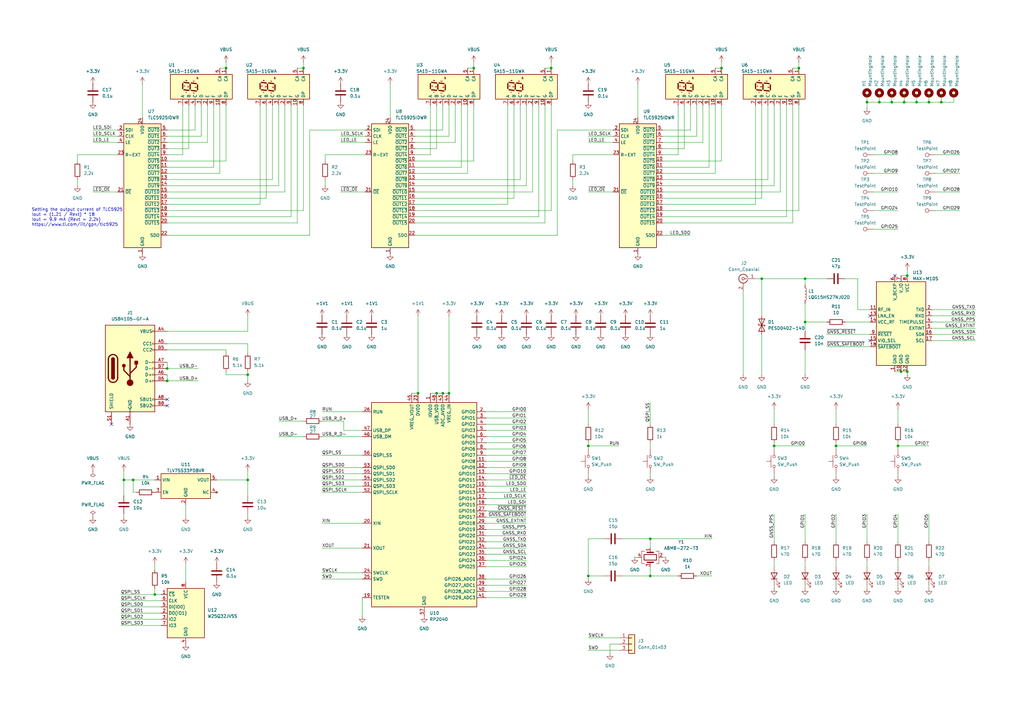
<source format=kicad_sch>
(kicad_sch (version 20250114) (generator "eeschema") (generator_version "9.0")
  (paper "A3")
  (title_block (title "GNSS Seven-segment Clock") (date "2025-01-31") (rev "A2"))
  (text "Setting the output current of TLC5925\nIout = (1.21 / Rext) * 18\nIout = 9.9 mA (Rext = 2.2k)\nhttps://www.ti.com/lit/gpn/tlc5925" (at 12.954 89.154 0) (effects (font (size 1.27 1.27)) (justify left)))
  (junction (at 312.42 114.3))
  (junction (at 365.76 41.91))
  (junction (at 295.91 27.94))
  (junction (at 330.2 114.3))
  (junction (at 342.9 182.88))
  (junction (at 355.6 41.91))
  (junction (at 54.61 196.85))
  (junction (at 372.11 152.4))
  (junction (at 266.7 236.22))
  (junction (at 124.46 27.94))
  (junction (at 63.5 243.84))
  (junction (at 226.06 27.94))
  (junction (at 101.6 196.85))
  (junction (at 184.15 161.29))
  (junction (at 368.3 182.88))
  (junction (at 375.92 41.91))
  (junction (at 266.7 220.98))
  (junction (at 101.6 153.67))
  (junction (at 68.58 151.13))
  (junction (at 241.3 182.88))
  (junction (at 381 41.91))
  (junction (at 179.07 161.29))
  (junction (at 369.57 152.4))
  (junction (at 330.2 132.08))
  (junction (at 370.84 41.91))
  (junction (at 327.66 27.94))
  (junction (at 181.61 161.29))
  (junction (at 68.58 156.21))
  (junction (at 317.5 182.88))
  (junction (at 386.08 41.91))
  (junction (at 50.8 196.85))
  (junction (at 372.11 113.03))
  (junction (at 241.3 236.22))
  (junction (at 171.45 161.29))
  (junction (at 194.31 27.94))
  (junction (at 360.68 41.91))
  (junction (at 92.71 27.94))
  (no_connect (at 356.87 139.7))
  (no_connect (at 367.03 113.03))
  (no_connect (at 356.87 129.54))
  (no_connect (at 68.58 163.83))
  (no_connect (at 68.58 166.37))
  (no_connect (at 45.72 173.99))
  (wire (pts (xy 342.9 240.03) (xy 342.9 241.3)))
  (wire (pts (xy 382.27 127) (xy 400.05 127)))
  (wire (pts (xy 38.1 58.42) (xy 48.26 58.42)))
  (wire (pts (xy 386.08 38.1) (xy 386.08 41.91)))
  (wire (pts (xy 369.57 152.4) (xy 372.11 152.4)))
  (wire (pts (xy 77.47 43.18) (xy 77.47 60.96)))
  (wire (pts (xy 68.58 156.21) (xy 81.28 156.21)))
  (wire (pts (xy 85.09 58.42) (xy 68.58 58.42)))
  (wire (pts (xy 241.3 55.88) (xy 251.46 55.88)))
  (wire (pts (xy 351.79 114.3) (xy 351.79 127)))
  (wire (pts (xy 101.6 203.2) (xy 101.6 196.85)))
  (wire (pts (xy 386.08 41.91) (xy 391.16 41.91)))
  (wire (pts (xy 250.19 264.16) (xy 250.19 267.97)))
  (wire (pts (xy 309.88 114.3) (xy 312.42 114.3)))
  (wire (pts (xy 367.03 152.4) (xy 369.57 152.4)))
  (wire (pts (xy 92.71 143.51) (xy 92.71 144.78)))
  (wire (pts (xy 372.11 152.4) (xy 372.11 153.67)))
  (wire (pts (xy 121.92 43.18) (xy 121.92 91.44)))
  (wire (pts (xy 241.3 182.88) (xy 241.3 184.15)))
  (wire (pts (xy 148.59 245.11) (xy 148.59 252.73)))
  (wire (pts (xy 124.46 43.18) (xy 124.46 86.36)))
  (wire (pts (xy 254 182.88) (xy 241.3 182.88)))
  (wire (pts (xy 241.3 236.22) (xy 241.3 237.49)))
  (wire (pts (xy 226.06 25.4) (xy 226.06 27.94)))
  (wire (pts (xy 330.2 132.08) (xy 339.09 132.08)))
  (wire (pts (xy 213.36 43.18) (xy 213.36 73.66)))
  (wire (pts (xy 355.6 229.87) (xy 355.6 232.41)))
  (wire (pts (xy 317.5 167.64) (xy 317.5 173.99)))
  (wire (pts (xy 266.7 181.61) (xy 266.7 184.15)))
  (wire (pts (xy 215.9 181.61) (xy 199.39 181.61)))
  (wire (pts (xy 132.08 172.72) (xy 140.97 172.72)))
  (wire (pts (xy 50.8 203.2) (xy 50.8 196.85)))
  (wire (pts (xy 241.3 78.74) (xy 251.46 78.74)))
  (wire (pts (xy 355.6 41.91) (xy 360.68 41.91)))
  (wire (pts (xy 288.29 43.18) (xy 288.29 58.42)))
  (wire (pts (xy 266.7 236.22) (xy 266.7 232.41)))
  (wire (pts (xy 133.35 63.5) (xy 133.35 66.04)))
  (wire (pts (xy 31.75 63.5) (xy 31.75 66.04)))
  (wire (pts (xy 140.97 172.72) (xy 140.97 176.53)))
  (wire (pts (xy 50.8 210.82) (xy 50.8 212.09)))
  (wire (pts (xy 132.08 234.95) (xy 148.59 234.95)))
  (wire (pts (xy 92.71 43.18) (xy 92.71 66.04)))
  (wire (pts (xy 218.44 78.74) (xy 170.18 78.74)))
  (wire (pts (xy 234.95 63.5) (xy 234.95 66.04)))
  (wire (pts (xy 49.53 246.38) (xy 66.04 246.38)))
  (wire (pts (xy 38.1 78.74) (xy 48.26 78.74)))
  (wire (pts (xy 215.9 214.63) (xy 199.39 214.63)))
  (wire (pts (xy 191.77 71.12) (xy 170.18 71.12)))
  (wire (pts (xy 290.83 43.18) (xy 290.83 68.58)))
  (wire (pts (xy 266.7 220.98) (xy 292.1 220.98)))
  (wire (pts (xy 312.42 137.16) (xy 312.42 153.67)))
  (wire (pts (xy 127 96.52) (xy 127 53.34)))
  (wire (pts (xy 393.7 78.74) (xy 383.54 78.74)))
  (wire (pts (xy 250.19 264.16) (xy 254 264.16)))
  (wire (pts (xy 119.38 43.18) (xy 119.38 88.9)))
  (wire (pts (xy 280.67 43.18) (xy 280.67 60.96)))
  (wire (pts (xy 119.38 88.9) (xy 68.58 88.9)))
  (wire (pts (xy 317.5 240.03) (xy 317.5 241.3)))
  (wire (pts (xy 278.13 43.18) (xy 278.13 63.5)))
  (wire (pts (xy 114.3 43.18) (xy 114.3 76.2)))
  (wire (pts (xy 49.53 256.54) (xy 66.04 256.54)))
  (wire (pts (xy 368.3 222.25) (xy 368.3 210.82)))
  (wire (pts (xy 295.91 25.4) (xy 295.91 27.94)))
  (wire (pts (xy 215.9 222.25) (xy 199.39 222.25)))
  (wire (pts (xy 181.61 53.34) (xy 170.18 53.34)))
  (wire (pts (xy 330.2 153.67) (xy 330.2 143.51)))
  (wire (pts (xy 266.7 194.31) (xy 266.7 195.58)))
  (wire (pts (xy 278.13 63.5) (xy 271.78 63.5)))
  (wire (pts (xy 132.08 168.91) (xy 148.59 168.91)))
  (wire (pts (xy 317.5 182.88) (xy 317.5 184.15)))
  (wire (pts (xy 241.3 167.64) (xy 241.3 173.99)))
  (wire (pts (xy 215.9 224.79) (xy 199.39 224.79)))
  (wire (pts (xy 312.42 43.18) (xy 312.42 81.28)))
  (wire (pts (xy 309.88 83.82) (xy 271.78 83.82)))
  (wire (pts (xy 342.9 229.87) (xy 342.9 232.41)))
  (wire (pts (xy 101.6 140.97) (xy 101.6 144.78)))
  (wire (pts (xy 132.08 214.63) (xy 148.59 214.63)))
  (wire (pts (xy 215.9 196.85) (xy 199.39 196.85)))
  (wire (pts (xy 381 222.25) (xy 381 210.82)))
  (wire (pts (xy 223.52 43.18) (xy 223.52 91.44)))
  (wire (pts (xy 48.26 63.5) (xy 31.75 63.5)))
  (wire (pts (xy 355.6 240.03) (xy 355.6 241.3)))
  (wire (pts (xy 368.3 181.61) (xy 368.3 182.88)))
  (wire (pts (xy 116.84 43.18) (xy 116.84 78.74)))
  (wire (pts (xy 140.97 176.53) (xy 148.59 176.53)))
  (wire (pts (xy 320.04 43.18) (xy 320.04 78.74)))
  (wire (pts (xy 111.76 73.66) (xy 68.58 73.66)))
  (wire (pts (xy 293.37 43.18) (xy 293.37 71.12)))
  (wire (pts (xy 68.58 135.89) (xy 101.6 135.89)))
  (wire (pts (xy 241.3 266.7) (xy 254 266.7)))
  (wire (pts (xy 251.46 63.5) (xy 234.95 63.5)))
  (wire (pts (xy 327.66 25.4) (xy 327.66 27.94)))
  (wire (pts (xy 360.68 41.91) (xy 365.76 41.91)))
  (wire (pts (xy 215.9 237.49) (xy 199.39 237.49)))
  (wire (pts (xy 194.31 25.4) (xy 194.31 27.94)))
  (wire (pts (xy 215.9 212.09) (xy 199.39 212.09)))
  (wire (pts (xy 114.3 179.07) (xy 124.46 179.07)))
  (wire (pts (xy 288.29 58.42) (xy 271.78 58.42)))
  (wire (pts (xy 215.9 184.15) (xy 199.39 184.15)))
  (wire (pts (xy 160.02 34.29) (xy 160.02 48.26)))
  (wire (pts (xy 223.52 27.94) (xy 226.06 27.94)))
  (wire (pts (xy 295.91 66.04) (xy 271.78 66.04)))
  (wire (pts (xy 381 41.91) (xy 386.08 41.91)))
  (wire (pts (xy 365.76 41.91) (xy 370.84 41.91)))
  (wire (pts (xy 351.79 127) (xy 356.87 127)))
  (wire (pts (xy 176.53 161.29) (xy 179.07 161.29)))
  (wire (pts (xy 312.42 114.3) (xy 330.2 114.3)))
  (wire (pts (xy 220.98 43.18) (xy 220.98 88.9)))
  (wire (pts (xy 179.07 161.29) (xy 181.61 161.29)))
  (wire (pts (xy 191.77 43.18) (xy 191.77 71.12)))
  (wire (pts (xy 186.69 58.42) (xy 170.18 58.42)))
  (wire (pts (xy 82.55 43.18) (xy 82.55 55.88)))
  (wire (pts (xy 330.2 182.88) (xy 317.5 182.88)))
  (wire (pts (xy 372.11 110.49) (xy 372.11 113.03)))
  (wire (pts (xy 266.7 236.22) (xy 255.27 236.22)))
  (wire (pts (xy 90.17 27.94) (xy 92.71 27.94)))
  (wire (pts (xy 226.06 43.18) (xy 226.06 86.36)))
  (wire (pts (xy 220.98 88.9) (xy 170.18 88.9)))
  (wire (pts (xy 325.12 27.94) (xy 327.66 27.94)))
  (wire (pts (xy 215.9 199.39) (xy 199.39 199.39)))
  (wire (pts (xy 74.93 63.5) (xy 68.58 63.5)))
  (wire (pts (xy 370.84 41.91) (xy 375.92 41.91)))
  (wire (pts (xy 317.5 43.18) (xy 317.5 76.2)))
  (wire (pts (xy 139.7 55.88) (xy 149.86 55.88)))
  (wire (pts (xy 368.3 167.64) (xy 368.3 173.99)))
  (wire (pts (xy 342.9 167.64) (xy 342.9 173.99)))
  (wire (pts (xy 215.9 245.11) (xy 199.39 245.11)))
  (wire (pts (xy 295.91 43.18) (xy 295.91 66.04)))
  (wire (pts (xy 90.17 43.18) (xy 90.17 71.12)))
  (wire (pts (xy 393.7 86.36) (xy 383.54 86.36)))
  (wire (pts (xy 369.57 113.03) (xy 372.11 113.03)))
  (wire (pts (xy 184.15 43.18) (xy 184.15 55.88)))
  (wire (pts (xy 68.58 153.67) (xy 68.58 156.21)))
  (wire (pts (xy 181.61 43.18) (xy 181.61 53.34)))
  (wire (pts (xy 132.08 194.31) (xy 148.59 194.31)))
  (wire (pts (xy 124.46 25.4) (xy 124.46 27.94)))
  (wire (pts (xy 87.63 43.18) (xy 87.63 68.58)))
  (wire (pts (xy 92.71 153.67) (xy 101.6 153.67)))
  (wire (pts (xy 215.9 191.77) (xy 199.39 191.77)))
  (wire (pts (xy 49.53 243.84) (xy 63.5 243.84)))
  (wire (pts (xy 228.6 53.34) (xy 251.46 53.34)))
  (wire (pts (xy 283.21 43.18) (xy 283.21 53.34)))
  (wire (pts (xy 92.71 66.04) (xy 68.58 66.04)))
  (wire (pts (xy 215.9 201.93) (xy 199.39 201.93)))
  (wire (pts (xy 101.6 193.04) (xy 101.6 196.85)))
  (wire (pts (xy 215.9 242.57) (xy 199.39 242.57)))
  (wire (pts (xy 241.3 261.62) (xy 254 261.62)))
  (wire (pts (xy 370.84 41.91) (xy 370.84 38.1)))
  (wire (pts (xy 87.63 68.58) (xy 68.58 68.58)))
  (wire (pts (xy 215.9 171.45) (xy 199.39 171.45)))
  (wire (pts (xy 278.13 236.22) (xy 266.7 236.22)))
  (wire (pts (xy 181.61 161.29) (xy 184.15 161.29)))
  (wire (pts (xy 132.08 179.07) (xy 148.59 179.07)))
  (wire (pts (xy 381 240.03) (xy 381 241.3)))
  (wire (pts (xy 283.21 53.34) (xy 271.78 53.34)))
  (wire (pts (xy 241.3 194.31) (xy 241.3 195.58)))
  (wire (pts (xy 241.3 58.42) (xy 251.46 58.42)))
  (wire (pts (xy 342.9 181.61) (xy 342.9 182.88)))
  (wire (pts (xy 50.8 196.85) (xy 54.61 196.85)))
  (wire (pts (xy 179.07 43.18) (xy 179.07 60.96)))
  (wire (pts (xy 292.1 236.22) (xy 285.75 236.22)))
  (wire (pts (xy 101.6 210.82) (xy 101.6 212.09)))
  (wire (pts (xy 63.5 243.84) (xy 66.04 243.84)))
  (wire (pts (xy 38.1 53.34) (xy 48.26 53.34)))
  (wire (pts (xy 241.3 220.98) (xy 247.65 220.98)))
  (wire (pts (xy 31.75 76.2) (xy 31.75 73.66)))
  (wire (pts (xy 132.08 199.39) (xy 148.59 199.39)))
  (wire (pts (xy 215.9 207.01) (xy 199.39 207.01)))
  (wire (pts (xy 194.31 43.18) (xy 194.31 66.04)))
  (wire (pts (xy 90.17 71.12) (xy 68.58 71.12)))
  (wire (pts (xy 215.9 232.41) (xy 199.39 232.41)))
  (wire (pts (xy 109.22 81.28) (xy 68.58 81.28)))
  (wire (pts (xy 215.9 186.69) (xy 199.39 186.69)))
  (wire (pts (xy 271.78 228.6) (xy 273.05 228.6)))
  (wire (pts (xy 82.55 55.88) (xy 68.58 55.88)))
  (wire (pts (xy 293.37 71.12) (xy 271.78 71.12)))
  (wire (pts (xy 49.53 251.46) (xy 66.04 251.46)))
  (wire (pts (xy 88.9 196.85) (xy 101.6 196.85)))
  (wire (pts (xy 223.52 91.44) (xy 170.18 91.44)))
  (wire (pts (xy 330.2 132.08) (xy 330.2 135.89)))
  (wire (pts (xy 132.08 196.85) (xy 148.59 196.85)))
  (wire (pts (xy 215.9 179.07) (xy 199.39 179.07)))
  (wire (pts (xy 312.42 114.3) (xy 312.42 129.54)))
  (wire (pts (xy 215.9 229.87) (xy 199.39 229.87)))
  (wire (pts (xy 215.9 43.18) (xy 215.9 76.2)))
  (wire (pts (xy 339.09 142.24) (xy 356.87 142.24)))
  (wire (pts (xy 241.3 220.98) (xy 241.3 236.22)))
  (wire (pts (xy 290.83 68.58) (xy 271.78 68.58)))
  (wire (pts (xy 49.53 254) (xy 66.04 254)))
  (wire (pts (xy 260.35 228.6) (xy 261.62 228.6)))
  (wire (pts (xy 215.9 76.2) (xy 170.18 76.2)))
  (wire (pts (xy 241.3 236.22) (xy 247.65 236.22)))
  (wire (pts (xy 106.68 83.82) (xy 68.58 83.82)))
  (wire (pts (xy 330.2 114.3) (xy 339.09 114.3)))
  (wire (pts (xy 317.5 181.61) (xy 317.5 182.88)))
  (wire (pts (xy 339.09 137.16) (xy 356.87 137.16)))
  (wire (pts (xy 368.3 194.31) (xy 368.3 195.58)))
  (wire (pts (xy 68.58 140.97) (xy 101.6 140.97)))
  (wire (pts (xy 133.35 76.2) (xy 133.35 73.66)))
  (wire (pts (xy 325.12 43.18) (xy 325.12 91.44)))
  (wire (pts (xy 121.92 91.44) (xy 68.58 91.44)))
  (wire (pts (xy 382.27 132.08) (xy 400.05 132.08)))
  (wire (pts (xy 355.6 222.25) (xy 355.6 210.82)))
  (wire (pts (xy 168.91 161.29) (xy 171.45 161.29)))
  (wire (pts (xy 68.58 96.52) (xy 127 96.52)))
  (wire (pts (xy 368.3 78.74) (xy 358.14 78.74)))
  (wire (pts (xy 215.9 194.31) (xy 199.39 194.31)))
  (wire (pts (xy 80.01 43.18) (xy 80.01 53.34)))
  (wire (pts (xy 101.6 129.54) (xy 101.6 135.89)))
  (wire (pts (xy 368.3 229.87) (xy 368.3 232.41)))
  (wire (pts (xy 309.88 43.18) (xy 309.88 83.82)))
  (wire (pts (xy 382.27 137.16) (xy 400.05 137.16)))
  (wire (pts (xy 114.3 172.72) (xy 124.46 172.72)))
  (wire (pts (xy 215.9 189.23) (xy 199.39 189.23)))
  (wire (pts (xy 215.9 204.47) (xy 199.39 204.47)))
  (wire (pts (xy 330.2 114.3) (xy 330.2 116.84)))
  (wire (pts (xy 330.2 124.46) (xy 330.2 132.08)))
  (wire (pts (xy 186.69 43.18) (xy 186.69 58.42)))
  (wire (pts (xy 314.96 73.66) (xy 271.78 73.66)))
  (wire (pts (xy 63.5 241.3) (xy 63.5 243.84)))
  (wire (pts (xy 139.7 78.74) (xy 149.86 78.74)))
  (wire (pts (xy 76.2 231.14) (xy 76.2 238.76)))
  (wire (pts (xy 191.77 27.94) (xy 194.31 27.94)))
  (wire (pts (xy 365.76 41.91) (xy 365.76 38.1)))
  (wire (pts (xy 116.84 78.74) (xy 68.58 78.74)))
  (wire (pts (xy 184.15 129.54) (xy 184.15 161.29)))
  (wire (pts (xy 241.3 181.61) (xy 241.3 182.88)))
  (wire (pts (xy 342.9 194.31) (xy 342.9 195.58)))
  (wire (pts (xy 234.95 76.2) (xy 234.95 73.66)))
  (wire (pts (xy 213.36 73.66) (xy 170.18 73.66)))
  (wire (pts (xy 124.46 86.36) (xy 68.58 86.36)))
  (wire (pts (xy 322.58 43.18) (xy 322.58 88.9)))
  (wire (pts (xy 101.6 153.67) (xy 101.6 156.21)))
  (wire (pts (xy 54.61 196.85) (xy 63.5 196.85)))
  (wire (pts (xy 215.9 176.53) (xy 199.39 176.53)))
  (wire (pts (xy 179.07 60.96) (xy 170.18 60.96)))
  (wire (pts (xy 215.9 173.99) (xy 199.39 173.99)))
  (wire (pts (xy 304.8 153.67) (xy 304.8 119.38)))
  (wire (pts (xy 101.6 152.4) (xy 101.6 153.67)))
  (wire (pts (xy 139.7 58.42) (xy 149.86 58.42)))
  (wire (pts (xy 368.3 71.12) (xy 358.14 71.12)))
  (wire (pts (xy 215.9 240.03) (xy 199.39 240.03)))
  (wire (pts (xy 176.53 43.18) (xy 176.53 63.5)))
  (wire (pts (xy 68.58 143.51) (xy 92.71 143.51)))
  (wire (pts (xy 368.3 86.36) (xy 358.14 86.36)))
  (wire (pts (xy 368.3 240.03) (xy 368.3 241.3)))
  (wire (pts (xy 210.82 81.28) (xy 170.18 81.28)))
  (wire (pts (xy 184.15 55.88) (xy 170.18 55.88)))
  (wire (pts (xy 210.82 43.18) (xy 210.82 81.28)))
  (wire (pts (xy 215.9 168.91) (xy 199.39 168.91)))
  (wire (pts (xy 171.45 129.54) (xy 171.45 161.29)))
  (wire (pts (xy 111.76 43.18) (xy 111.76 73.66)))
  (wire (pts (xy 208.28 43.18) (xy 208.28 83.82)))
  (wire (pts (xy 121.92 27.94) (xy 124.46 27.94)))
  (wire (pts (xy 393.7 71.12) (xy 383.54 71.12)))
  (wire (pts (xy 280.67 60.96) (xy 271.78 60.96)))
  (wire (pts (xy 54.61 196.85) (xy 54.61 201.93)))
  (wire (pts (xy 76.2 212.09) (xy 76.2 207.01)))
  (wire (pts (xy 215.9 219.71) (xy 199.39 219.71)))
  (wire (pts (xy 375.92 41.91) (xy 375.92 38.1)))
  (wire (pts (xy 393.7 63.5) (xy 383.54 63.5)))
  (wire (pts (xy 391.16 41.91) (xy 391.16 38.1)))
  (wire (pts (xy 109.22 43.18) (xy 109.22 81.28)))
  (wire (pts (xy 194.31 66.04) (xy 170.18 66.04)))
  (wire (pts (xy 355.6 41.91) (xy 355.6 44.45)))
  (wire (pts (xy 382.27 129.54) (xy 400.05 129.54)))
  (wire (pts (xy 330.2 222.25) (xy 330.2 210.82)))
  (wire (pts (xy 50.8 193.04) (xy 50.8 196.85)))
  (wire (pts (xy 58.42 34.29) (xy 58.42 48.26)))
  (wire (pts (xy 132.08 237.49) (xy 148.59 237.49)))
  (wire (pts (xy 368.3 93.98) (xy 358.14 93.98)))
  (wire (pts (xy 215.9 209.55) (xy 199.39 209.55)))
  (wire (pts (xy 320.04 78.74) (xy 271.78 78.74)))
  (wire (pts (xy 327.66 86.36) (xy 271.78 86.36)))
  (wire (pts (xy 132.08 191.77) (xy 148.59 191.77)))
  (wire (pts (xy 317.5 229.87) (xy 317.5 232.41)))
  (wire (pts (xy 381 182.88) (xy 368.3 182.88)))
  (wire (pts (xy 38.1 55.88) (xy 48.26 55.88)))
  (wire (pts (xy 92.71 152.4) (xy 92.71 153.67)))
  (wire (pts (xy 342.9 222.25) (xy 342.9 210.82)))
  (wire (pts (xy 285.75 43.18) (xy 285.75 55.88)))
  (wire (pts (xy 208.28 83.82) (xy 170.18 83.82)))
  (wire (pts (xy 325.12 91.44) (xy 271.78 91.44)))
  (wire (pts (xy 127 53.34) (xy 149.86 53.34)))
  (wire (pts (xy 285.75 55.88) (xy 271.78 55.88)))
  (wire (pts (xy 330.2 240.03) (xy 330.2 241.3)))
  (wire (pts (xy 261.62 34.29) (xy 261.62 48.26)))
  (wire (pts (xy 266.7 220.98) (xy 266.7 224.79)))
  (wire (pts (xy 68.58 148.59) (xy 68.58 151.13)))
  (wire (pts (xy 74.93 43.18) (xy 74.93 63.5)))
  (wire (pts (xy 132.08 201.93) (xy 148.59 201.93)))
  (wire (pts (xy 218.44 43.18) (xy 218.44 78.74)))
  (wire (pts (xy 355.6 38.1) (xy 355.6 41.91)))
  (wire (pts (xy 368.3 182.88) (xy 368.3 184.15)))
  (wire (pts (xy 255.27 220.98) (xy 266.7 220.98)))
  (wire (pts (xy 293.37 27.94) (xy 295.91 27.94)))
  (wire (pts (xy 317.5 222.25) (xy 317.5 210.82)))
  (wire (pts (xy 85.09 43.18) (xy 85.09 58.42)))
  (wire (pts (xy 149.86 63.5) (xy 133.35 63.5)))
  (wire (pts (xy 226.06 86.36) (xy 170.18 86.36)))
  (wire (pts (xy 382.27 139.7) (xy 400.05 139.7)))
  (wire (pts (xy 170.18 96.52) (xy 228.6 96.52)))
  (wire (pts (xy 346.71 114.3) (xy 351.79 114.3)))
  (wire (pts (xy 314.96 43.18) (xy 314.96 73.66)))
  (wire (pts (xy 381 229.87) (xy 381 232.41)))
  (wire (pts (xy 360.68 41.91) (xy 360.68 38.1)))
  (wire (pts (xy 355.6 182.88) (xy 342.9 182.88)))
  (wire (pts (xy 317.5 76.2) (xy 271.78 76.2)))
  (wire (pts (xy 312.42 81.28) (xy 271.78 81.28)))
  (wire (pts (xy 327.66 43.18) (xy 327.66 86.36)))
  (wire (pts (xy 215.9 217.17) (xy 199.39 217.17)))
  (wire (pts (xy 317.5 194.31) (xy 317.5 195.58)))
  (wire (pts (xy 375.92 41.91) (xy 381 41.91)))
  (wire (pts (xy 189.23 43.18) (xy 189.23 68.58)))
  (wire (pts (xy 68.58 151.13) (xy 81.28 151.13)))
  (wire (pts (xy 189.23 68.58) (xy 170.18 68.58)))
  (wire (pts (xy 266.7 165.1) (xy 266.7 173.99)))
  (wire (pts (xy 132.08 186.69) (xy 148.59 186.69)))
  (wire (pts (xy 176.53 63.5) (xy 170.18 63.5)))
  (wire (pts (xy 346.71 132.08) (xy 356.87 132.08)))
  (wire (pts (xy 382.27 134.62) (xy 400.05 134.62)))
  (wire (pts (xy 92.71 27.94) (xy 92.71 25.4)))
  (wire (pts (xy 114.3 76.2) (xy 68.58 76.2)))
  (wire (pts (xy 283.21 96.52) (xy 271.78 96.52)))
  (wire (pts (xy 80.01 53.34) (xy 68.58 53.34)))
  (wire (pts (xy 63.5 231.14) (xy 63.5 233.68)))
  (wire (pts (xy 54.61 201.93) (xy 55.88 201.93)))
  (wire (pts (xy 330.2 229.87) (xy 330.2 232.41)))
  (wire (pts (xy 77.47 60.96) (xy 68.58 60.96)))
  (wire (pts (xy 381 41.91) (xy 381 38.1)))
  (wire (pts (xy 106.68 43.18) (xy 106.68 83.82)))
  (wire (pts (xy 322.58 88.9) (xy 271.78 88.9)))
  (wire (pts (xy 49.53 248.92) (xy 66.04 248.92)))
  (wire (pts (xy 132.08 224.79) (xy 148.59 224.79)))
  (wire (pts (xy 228.6 96.52) (xy 228.6 53.34)))
  (wire (pts (xy 342.9 182.88) (xy 342.9 184.15)))
  (wire (pts (xy 215.9 227.33) (xy 199.39 227.33)))
  (wire (pts (xy 368.3 63.5) (xy 358.14 63.5)))
  (label "GNSS_EXTINT" (at 215.9 214.63 180))
  (label "GPIO5" (at 215.9 181.61 180))
  (label "GPIO28" (at 393.7 78.74 180))
  (label "GPIO26" (at 393.7 63.5 180))
  (label "QSPI_SD3" (at 132.08 199.39 0))
  (label "XIN" (at 292.1 220.98 180))
  (label "GPIO24" (at 215.9 229.87 180))
  (label "GPIO3" (at 355.6 210.82 270))
  (label "GPIO9" (at 368.3 71.12 180))
  (label "~{GNSS_SAFEBOOT}" (at 215.9 212.09 180))
  (label "GPIO29" (at 393.7 86.36 180))
  (label "~{GNSS_RESET}" (at 339.09 137.16 0))
  (label "SWCLK" (at 132.08 234.95 0))
  (label "~{LED_OE}" (at 241.3 78.74 0))
  (label "GPIO5" (at 381 210.82 270))
  (label "GPIO7" (at 381 182.88 180))
  (label "GPIO8" (at 215.9 189.23 180))
  (label "GNSS_EXTINT" (at 400.05 134.62 180))
  (label "QSPI_SD1" (at 132.08 194.31 0))
  (label "QSPI_SS" (at 132.08 186.69 0))
  (label "LED_SCLK" (at 241.3 55.88 0))
  (label "QSPI_SS" (at 266.7 165.1 270))
  (label "GNSS_SCL" (at 215.9 227.33 180))
  (label "GNSS_PPS" (at 215.9 217.17 180))
  (label "GPIO6" (at 355.6 182.88 180))
  (label "LED_LE" (at 139.7 58.42 0))
  (label "GNSS_SCL" (at 400.05 139.7 180))
  (label "LED_SDI" (at 215.9 207.01 180))
  (label "GPIO28" (at 215.9 242.57 180))
  (label "GNSS_PPS" (at 317.5 210.82 270))
  (label "GPIO8" (at 368.3 63.5 180))
  (label "~{GNSS_RESET}" (at 215.9 209.55 180))
  (label "USB_D+" (at 81.28 156.21 180))
  (label "QSPI_SD1" (at 49.53 251.46 0))
  (label "GPIO0" (at 215.9 168.91 180))
  (label "LED_LE" (at 38.1 58.42 0))
  (label "~{LED_OE}" (at 38.1 78.74 0))
  (label "SWCLK" (at 241.3 261.62 0))
  (label "LED_SDO" (at 283.21 96.52 180))
  (label "GPIO3" (at 215.9 176.53 180))
  (label "GPIO10" (at 368.3 78.74 180))
  (label "GNSS_RXD" (at 400.05 129.54 180))
  (label "XOUT" (at 292.1 236.22 180))
  (label "GPIO25" (at 215.9 232.41 180))
  (label "RUN" (at 254 182.88 180))
  (label "GPIO1" (at 330.2 210.82 270))
  (label "QSPI_SD2" (at 49.53 254 0))
  (label "USB_D+" (at 114.3 172.72 0))
  (label "QSPI_SCLK" (at 49.53 246.38 0))
  (label "GPIO7" (at 215.9 186.69 180))
  (label "QSPI_SD3" (at 49.53 256.54 0))
  (label "GPIO2" (at 215.9 173.99 180))
  (label "XIN" (at 132.08 214.63 0))
  (label "GPIO2" (at 342.9 210.82 270))
  (label "LED_LE" (at 241.3 58.42 0))
  (label "GNSS_TXD" (at 215.9 222.25 180))
  (label "~{LED_OE}" (at 215.9 196.85 180))
  (label "GPIO26" (at 215.9 237.49 180))
  (label "LED_SCLK" (at 215.9 204.47 180))
  (label "USB_R_D-" (at 132.08 179.07 0))
  (label "RUN" (at 132.08 168.91 0))
  (label "GPIO27" (at 393.7 71.12 180))
  (label "LED_SCLK" (at 38.1 55.88 0))
  (label "GPIO4" (at 215.9 179.07 180))
  (label "GNSS_PPS" (at 400.05 132.08 180))
  (label "LED_SCLK" (at 139.7 55.88 0))
  (label "GPIO6" (at 215.9 184.15 180))
  (label "GPIO4" (at 368.3 210.82 270))
  (label "LED_SDI" (at 38.1 53.34 0))
  (label "GPIO0" (at 330.2 182.88 180))
  (label "GPIO24" (at 368.3 86.36 180))
  (label "QSPI_SD2" (at 132.08 196.85 0))
  (label "USB_D-" (at 114.3 179.07 0))
  (label "GPIO25" (at 368.3 93.98 180))
  (label "GNSS_RXD" (at 215.9 219.71 180))
  (label "GPIO1" (at 215.9 171.45 180))
  (label "QSPI_SS" (at 49.53 243.84 0))
  (label "GPIO10" (at 215.9 194.31 180))
  (label "GNSS_SDA" (at 400.05 137.16 180))
  (label "GNSS_TXD" (at 400.05 127 180))
  (label "XOUT" (at 132.08 224.79 0))
  (label "~{LED_OE}" (at 139.7 78.74 0))
  (label "GPIO9" (at 215.9 191.77 180))
  (label "GPIO27" (at 215.9 240.03 180))
  (label "~{GNSS_SAFEBOOT}" (at 339.09 142.24 0))
  (label "GNSS_SDA" (at 215.9 224.79 180))
  (label "LED_LE" (at 215.9 201.93 180))
  (label "SWD" (at 132.08 237.49 0))
  (label "GPIO29" (at 215.9 245.11 180))
  (label "USB_R_D+" (at 132.08 172.72 0))
  (label "QSPI_SCLK" (at 132.08 201.93 0))
  (label "SWD" (at 241.3 266.7 0))
  (label "QSPI_SD0" (at 132.08 191.77 0))
  (label "LED_SDO" (at 215.9 199.39 180))
  (label "QSPI_SD0" (at 49.53 248.92 0))
  (label "USB_D-" (at 81.28 151.13 180))
  (symbol (lib_id "power:GND") (at 368.3 195.58 0) (unit 1)
    (property "Reference" "#PWR084" (effects (hide yes)))
    (property "Value" "GND" (at 368.3 200.66 0))
    (property "Description" "Power symbol creates a global label with name \"GND\" , ground" (effects (hide yes)))
  )
  (symbol (lib_id "Device:R") (at 317.5 177.8 0) (unit 1)
    (property "Reference" "R14" (at 320.04 176.5299 0) (effects (justify left)))
    (property "Value" "10k" (at 320.04 179.0699 0) (effects (justify left)))
    (property "Footprint" "Resistor_SMD:R_0402_1005Metric_Pad0.72x0.64mm_HandSolder" (effects (hide yes)))
    (property "Description" "Resistor" (effects (hide yes)))
  )
  (symbol (lib_id "power:+3.3V") (at 63.5 231.14 0) (unit 1)
    (property "Reference" "#PWR057" (effects (hide yes)))
    (property "Value" "+3.3V" (at 63.5 226.06 0))
    (property "Description" "Power symbol creates a global label with name \"+3.3V\"" (effects (hide yes)))
  )
  (symbol (lib_id "Mechanical:MountingHole") (at 365.76 38.1 90) (unit 1) (exclude_from_sim yes) (in_bom no)
    (property "Reference" "H3" (at 364.4899 35.56 0) (effects (justify left)))
    (property "Value" "MountingHole" (at 367.0299 35.56 0) (effects (justify left)))
    (property "Footprint" "MountingHole:MountingHole_3.2mm_M3" (effects (hide yes)))
    (property "Description" "Mounting Hole without connection" (effects (hide yes)))
  )
  (symbol (lib_id "power:GND") (at 241.3 195.58 0) (unit 1)
    (property "Reference" "#PWR059" (effects (hide yes)))
    (property "Value" "GND" (at 241.3 200.66 0))
    (property "Description" "Power symbol creates a global label with name \"GND\" , ground" (effects (hide yes)))
  )
  (symbol (lib_id "power:+3.3V") (at 195.58 129.54 0) (unit 1)
    (property "Reference" "#PWR034" (effects (hide yes)))
    (property "Value" "+3.3V" (at 195.58 124.46 0))
    (property "Description" "Power symbol creates a global label with name \"+3.3V\"" (effects (hide yes)))
  )
  (symbol (lib_id "power:GND") (at 260.35 228.6 0) (unit 1)
    (property "Reference" "#PWR063" (effects (hide yes)))
    (property "Value" "GND" (at 260.35 233.68 0))
    (property "Description" "Power symbol creates a global label with name \"GND\" , ground" (effects (hide yes)))
  )
  (symbol (lib_id "power:+3.3V") (at 236.22 129.54 0) (unit 1)
    (property "Reference" "#PWR038" (effects (hide yes)))
    (property "Value" "+3.3V" (at 236.22 124.46 0))
    (property "Description" "Power symbol creates a global label with name \"+3.3V\"" (effects (hide yes)))
  )
  (symbol (lib_id "Connector:TestPoint") (at 383.54 71.12 90) (unit 1)
    (property "Reference" "TP7" (at 380.238 66.04 90))
    (property "Value" "TestPoint" (at 380.238 68.58 90))
    (property "Footprint" "TestPoint:TestPoint_Pad_1.0x1.0mm" (effects (hide yes)))
    (property "Description" "test point" (effects (hide yes)))
  )
  (symbol (lib_id "power:+3.3V") (at 88.9 231.14 0) (unit 1)
    (property "Reference" "#PWR055" (effects (hide yes)))
    (property "Value" "+3.3V" (at 88.9 226.06 0))
    (property "Description" "Power symbol creates a global label with name \"+3.3V\"" (effects (hide yes)))
  )
  (symbol (lib_id "power:GND") (at 246.38 137.16 0) (unit 1)
    (property "Reference" "#PWR046" (effects (hide yes)))
    (property "Value" "GND" (at 246.38 142.24 0))
    (property "Description" "Power symbol creates a global label with name \"GND\" , ground" (effects (hide yes)))
  )
  (symbol (lib_id "Display_Character:SA15-11GWA") (at 184.15 35.56 90) (unit 1)
    (property "Reference" "U3" (at 170.688 26.67 90) (effects (justify right)))
    (property "Value" "SA15-11GWA" (at 170.688 29.21 90) (effects (justify right)))
    (property "Footprint" "gnss-7-seg-clock:Display_7Segment_1.5inch_P2.45mm" (effects (hide yes)))
    (property "Datasheet" "http://www.kingbrightusa.com/images/catalog/SPEC/SA15-11GWA.pdf" (effects (hide yes)))
    (property "Description" "Green Single-digit Numeric Display with white white diffused lens, common anode" (effects (hide yes)))
  )
  (symbol (lib_id "Switch:SW_Push") (at 342.9 189.23 90) (unit 1)
    (property "Reference" "SW4" (at 344.17 187.9599 90) (effects (justify right)))
    (property "Value" "SW_Push" (at 344.17 190.4999 90) (effects (justify right)))
    (property "Footprint" "gnss-7-seg-clock:SW_SPST_PTS810_HandSolder" (effects (hide yes)))
    (property "Description" "Push button switch, generic, two pins" (effects (hide yes)))
  )
  (symbol (lib_id "power:GND") (at 368.3 241.3 0) (unit 1)
    (property "Reference" "#PWR079" (effects (hide yes)))
    (property "Value" "GND" (at 368.3 246.38 0))
    (property "Description" "Power symbol creates a global label with name \"GND\" , ground" (effects (hide yes)))
  )
  (symbol (lib_id "power:+3.3V") (at 368.3 167.64 0) (unit 1)
    (property "Reference" "#PWR083" (effects (hide yes)))
    (property "Value" "+3.3V" (at 368.3 162.56 0))
    (property "Description" "Power symbol creates a global label with name \"+3.3V\"" (effects (hide yes)))
  )
  (symbol (lib_id "Device:R") (at 281.94 236.22 90) (unit 1)
    (property "Reference" "R10" (at 281.94 229.87 90))
    (property "Value" "1k" (at 281.94 232.41 90))
    (property "Footprint" "Resistor_SMD:R_0402_1005Metric_Pad0.72x0.64mm_HandSolder" (effects (hide yes)))
    (property "Description" "Resistor" (effects (hide yes)))
  )
  (symbol (lib_id "Mechanical:MountingHole") (at 370.84 38.1 90) (unit 1) (exclude_from_sim yes) (in_bom no)
    (property "Reference" "H4" (at 369.5699 35.56 0) (effects (justify left)))
    (property "Value" "MountingHole" (at 372.1099 35.56 0) (effects (justify left)))
    (property "Footprint" "MountingHole:MountingHole_3.2mm_M3" (effects (hide yes)))
    (property "Description" "Mounting Hole without connection" (effects (hide yes)))
  )
  (symbol (lib_id "Device:D_TVS") (at 312.42 133.35 270) (unit 1)
    (property "Reference" "D1" (at 314.96 132.0799 90) (effects (justify left)))
    (property "Value" "PESD0402-140" (at 314.96 134.6199 90) (effects (justify left)))
    (property "Footprint" "Diode_SMD:D_0402_1005Metric_Pad0.77x0.64mm_HandSolder" (effects (hide yes)))
    (property "Description" "Bidirectional transient-voltage-suppression diode" (effects (hide yes)))
  )
  (symbol (lib_id "Device:R") (at 31.75 69.85 0) (unit 1)
    (property "Reference" "R1" (at 34.29 68.5799 0) (effects (justify left)))
    (property "Value" "2.2k" (at 34.29 71.1199 0) (effects (justify left)))
    (property "Footprint" "Resistor_SMD:R_0402_1005Metric_Pad0.72x0.64mm_HandSolder" (effects (hide yes)))
    (property "Description" "Resistor" (effects (hide yes)))
  )
  (symbol (lib_id "Device:R") (at 317.5 226.06 0) (unit 1)
    (property "Reference" "R17" (at 320.04 224.7899 0) (effects (justify left)))
    (property "Value" "470" (at 320.04 227.3299 0) (effects (justify left)))
    (property "Footprint" "Resistor_SMD:R_0402_1005Metric_Pad0.72x0.64mm_HandSolder" (effects (hide yes)))
    (property "Description" "Resistor" (effects (hide yes)))
  )
  (symbol (lib_id "Device:R") (at 101.6 148.59 0) (unit 1)
    (property "Reference" "R7" (at 104.14 147.3199 0) (effects (justify left)))
    (property "Value" "5.1k" (at 104.14 149.8599 0) (effects (justify left)))
    (property "Footprint" "Resistor_SMD:R_0402_1005Metric_Pad0.72x0.64mm_HandSolder" (effects (hide yes)))
    (property "Description" "Resistor" (effects (hide yes)))
  )
  (symbol (lib_id "Display_Character:SA15-11GWA") (at 114.3 35.56 90) (unit 1)
    (property "Reference" "U2" (at 100.838 26.67 90) (effects (justify right)))
    (property "Value" "SA15-11GWA" (at 100.838 29.21 90) (effects (justify right)))
    (property "Footprint" "gnss-7-seg-clock:Display_7Segment_1.5inch_P2.45mm" (effects (hide yes)))
    (property "Datasheet" "http://www.kingbrightusa.com/images/catalog/SPEC/SA15-11GWA.pdf" (effects (hide yes)))
    (property "Description" "Green Single-digit Numeric Display with white white diffused lens, common anode" (effects (hide yes)))
  )
  (symbol (lib_id "power:GND") (at 132.08 137.16 0) (unit 1)
    (property "Reference" "#PWR050" (effects (hide yes)))
    (property "Value" "GND" (at 132.08 142.24 0))
    (property "Description" "Power symbol creates a global label with name \"GND\" , ground" (effects (hide yes)))
  )
  (symbol (lib_id "Device:R") (at 92.71 148.59 0) (unit 1)
    (property "Reference" "R6" (at 95.25 147.3199 0) (effects (justify left)))
    (property "Value" "5.1k" (at 95.25 149.8599 0) (effects (justify left)))
    (property "Footprint" "Resistor_SMD:R_0402_1005Metric_Pad0.72x0.64mm_HandSolder" (effects (hide yes)))
    (property "Description" "Resistor" (effects (hide yes)))
  )
  (symbol (lib_id "Display_Character:SA15-11GWA") (at 82.55 35.56 90) (unit 1)
    (property "Reference" "U1" (at 69.088 26.67 90) (effects (justify right)))
    (property "Value" "SA15-11GWA" (at 69.088 29.21 90) (effects (justify right)))
    (property "Footprint" "gnss-7-seg-clock:Display_7Segment_1.5inch_P2.45mm" (effects (hide yes)))
    (property "Datasheet" "http://www.kingbrightusa.com/images/catalog/SPEC/SA15-11GWA.pdf" (effects (hide yes)))
    (property "Description" "Green Single-digit Numeric Display with white white diffused lens, common anode" (effects (hide yes)))
  )
  (symbol (lib_id "power:+3.3V") (at 58.42 34.29 0) (unit 1)
    (property "Reference" "#PWR04" (effects (hide yes)))
    (property "Value" "+3.3V" (at 58.42 29.21 0))
    (property "Description" "Power symbol creates a global label with name \"+3.3V\"" (effects (hide yes)))
  )
  (symbol (lib_id "power:+3.3V") (at 266.7 129.54 0) (unit 1)
    (property "Reference" "#PWR041" (effects (hide yes)))
    (property "Value" "+3.3V" (at 266.7 124.46 0))
    (property "Description" "Power symbol creates a global label with name \"+3.3V\"" (effects (hide yes)))
  )
  (symbol (lib_id "power:+3.3V") (at 184.15 129.54 0) (unit 1)
    (property "Reference" "#PWR032" (effects (hide yes)))
    (property "Value" "+3.3V" (at 184.15 124.46 0))
    (property "Description" "Power symbol creates a global label with name \"+3.3V\"" (effects (hide yes)))
  )
  (symbol (lib_id "Connector_Generic:Conn_01x03") (at 259.08 264.16 0) (unit 1)
    (property "Reference" "J3" (at 261.62 262.8899 0) (effects (justify left)))
    (property "Value" "Conn_01x03" (at 261.62 265.4299 0) (effects (justify left)))
    (property "Footprint" "Connector_PinHeader_2.54mm:PinHeader_1x03_P2.54mm_Vertical" (effects (hide yes)))
    (property "Description" "Generic connector, single row, 01x03, script generated (kicad-library-utils/schlib/autogen/connector/)" (effects (hide yes)))
  )
  (symbol (lib_id "Device:LED") (at 368.3 236.22 90) (unit 1)
    (property "Reference" "D6" (at 372.11 236.5374 90) (effects (justify right)))
    (property "Value" "LED" (at 372.11 239.0774 90) (effects (justify right)))
    (property "Footprint" "LED_SMD:LED_0402_1005Metric_Pad0.77x0.64mm_HandSolder" (effects (hide yes)))
    (property "Description" "Light emitting diode" (effects (hide yes)))
  )
  (symbol (lib_id "Device:LED") (at 317.5 236.22 90) (unit 1)
    (property "Reference" "D2" (at 321.31 236.5374 90) (effects (justify right)))
    (property "Value" "LED" (at 321.31 239.0774 90) (effects (justify right)))
    (property "Footprint" "LED_SMD:LED_0402_1005Metric_Pad0.77x0.64mm_HandSolder" (effects (hide yes)))
    (property "Description" "Light emitting diode" (effects (hide yes)))
  )
  (symbol (lib_id "power:GND") (at 250.19 267.97 0) (unit 1)
    (property "Reference" "#PWR073" (effects (hide yes)))
    (property "Value" "GND" (at 250.19 273.05 0))
    (property "Description" "Power symbol creates a global label with name \"GND\" , ground" (effects (hide yes)))
  )
  (symbol (lib_id "power:GND") (at 256.54 137.16 0) (unit 1)
    (property "Reference" "#PWR047" (effects (hide yes)))
    (property "Value" "GND" (at 256.54 142.24 0))
    (property "Description" "Power symbol creates a global label with name \"GND\" , ground" (effects (hide yes)))
  )
  (symbol (lib_id "Device:C") (at 139.7 38.1 0) (unit 1)
    (property "Reference" "C18" (at 143.51 36.8299 0) (effects (justify left)))
    (property "Value" "0.1u" (at 143.51 39.3699 0) (effects (justify left)))
    (property "Footprint" "Capacitor_SMD:C_0402_1005Metric_Pad0.74x0.62mm_HandSolder" (effects (hide yes)))
    (property "Description" "Unpolarized capacitor" (effects (hide yes)))
  )
  (symbol (lib_id "Device:R") (at 234.95 69.85 0) (unit 1)
    (property "Reference" "R3" (at 237.49 68.5799 0) (effects (justify left)))
    (property "Value" "2.2k" (at 237.49 71.1199 0) (effects (justify left)))
    (property "Footprint" "Resistor_SMD:R_0402_1005Metric_Pad0.72x0.64mm_HandSolder" (effects (hide yes)))
    (property "Description" "Resistor" (effects (hide yes)))
  )
  (symbol (lib_id "power:+3.3V") (at 76.2 231.14 0) (unit 1)
    (property "Reference" "#PWR016" (effects (hide yes)))
    (property "Value" "+3.3V" (at 76.2 226.06 0))
    (property "Description" "Power symbol creates a global label with name \"+3.3V\"" (effects (hide yes)))
  )
  (symbol (lib_id "Connector:TestPoint") (at 358.14 93.98 90) (unit 1)
    (property "Reference" "TP5" (at 354.838 88.9 90))
    (property "Value" "TestPoint" (at 354.838 91.44 90))
    (property "Footprint" "TestPoint:TestPoint_Pad_1.0x1.0mm" (effects (hide yes)))
    (property "Description" "test point" (effects (hide yes)))
  )
  (symbol (lib_id "power:PWR_FLAG") (at 38.1 193.04 180) (unit 1)
    (property "Reference" "#FLG02" (effects (hide yes)))
    (property "Value" "PWR_FLAG" (at 38.1 198.12 0))
    (property "Description" "Special symbol for telling ERC where power comes from" (effects (hide yes)))
  )
  (symbol (lib_id "power:GND") (at 53.34 173.99 0) (unit 1)
    (property "Reference" "#PWR017" (effects (hide yes)))
    (property "Value" "GND" (at 53.34 179.07 0))
    (property "Description" "Power symbol creates a global label with name \"GND\" , ground" (effects (hide yes)))
  )
  (symbol (lib_id "power:GND") (at 304.8 153.67 0) (mirror y) (unit 1)
    (property "Reference" "#PWR069" (effects (hide yes)))
    (property "Value" "GND" (at 304.8 158.75 0))
    (property "Description" "Power symbol creates a global label with name \"GND\" , ground" (effects (hide yes)))
  )
  (symbol (lib_id "power:GND") (at 133.35 76.2 0) (unit 1)
    (property "Reference" "#PWR021" (effects (hide yes)))
    (property "Value" "GND" (at 133.35 81.28 0))
    (property "Description" "Power symbol creates a global label with name \"GND\" , ground" (effects (hide yes)))
  )
  (symbol (lib_id "power:+3.3V") (at 215.9 129.54 0) (unit 1)
    (property "Reference" "#PWR036" (effects (hide yes)))
    (property "Value" "+3.3V" (at 215.9 124.46 0))
    (property "Description" "Power symbol creates a global label with name \"+3.3V\"" (effects (hide yes)))
  )
  (symbol (lib_id "power:+1V1") (at 152.4 129.54 0) (unit 1)
    (property "Reference" "#PWR053" (effects (hide yes)))
    (property "Value" "+1V1" (at 152.4 124.46 0))
    (property "Description" "Power symbol creates a global label with name \"+1V1\"" (effects (hide yes)))
  )
  (symbol (lib_id "power:+3.3V") (at 372.11 110.49 0) (unit 1)
    (property "Reference" "#PWR066" (effects (hide yes)))
    (property "Value" "+3.3V" (at 372.11 105.41 0))
    (property "Description" "Power symbol creates a global label with name \"+3.3V\"" (effects (hide yes)))
  )
  (symbol (lib_id "Connector:TestPoint") (at 383.54 63.5 90) (unit 1)
    (property "Reference" "TP6" (at 380.238 58.42 90))
    (property "Value" "TestPoint" (at 380.238 60.96 90))
    (property "Footprint" "TestPoint:TestPoint_Pad_1.0x1.0mm" (effects (hide yes)))
    (property "Description" "test point" (effects (hide yes)))
  )
  (symbol (lib_id "Device:R") (at 355.6 226.06 0) (unit 1)
    (property "Reference" "R20" (at 358.14 224.7899 0) (effects (justify left)))
    (property "Value" "470" (at 358.14 227.3299 0) (effects (justify left)))
    (property "Footprint" "Resistor_SMD:R_0402_1005Metric_Pad0.72x0.64mm_HandSolder" (effects (hide yes)))
    (property "Description" "Resistor" (effects (hide yes)))
  )
  (symbol (lib_id "Device:R") (at 342.9 177.8 0) (unit 1)
    (property "Reference" "R15" (at 345.44 176.5299 0) (effects (justify left)))
    (property "Value" "10k" (at 345.44 179.0699 0) (effects (justify left)))
    (property "Footprint" "Resistor_SMD:R_0402_1005Metric_Pad0.72x0.64mm_HandSolder" (effects (hide yes)))
    (property "Description" "Resistor" (effects (hide yes)))
  )
  (symbol (lib_id "power:+3.3V") (at 205.74 129.54 0) (unit 1)
    (property "Reference" "#PWR035" (effects (hide yes)))
    (property "Value" "+3.3V" (at 205.74 124.46 0))
    (property "Description" "Power symbol creates a global label with name \"+3.3V\"" (effects (hide yes)))
  )
  (symbol (lib_id "Device:R") (at 63.5 237.49 0) (unit 1)
    (property "Reference" "R5" (at 66.04 236.2199 0) (effects (justify left)))
    (property "Value" "10k" (at 66.04 238.7599 0) (effects (justify left)))
    (property "Footprint" "Resistor_SMD:R_0402_1005Metric_Pad0.72x0.64mm_HandSolder" (effects (hide yes)))
    (property "Description" "Resistor" (effects (hide yes)))
  )
  (symbol (lib_id "Switch:SW_Push") (at 266.7 189.23 90) (unit 1)
    (property "Reference" "SW2" (at 267.97 187.9599 90) (effects (justify right)))
    (property "Value" "SW_Push" (at 267.97 190.4999 90) (effects (justify right)))
    (property "Footprint" "gnss-7-seg-clock:SW_SPST_PTS810_HandSolder" (effects (hide yes)))
    (property "Description" "Push button switch, generic, two pins" (effects (hide yes)))
  )
  (symbol (lib_id "power:VBUS") (at 38.1 193.04 0) (unit 1)
    (property "Reference" "#PWR028" (effects (hide yes)))
    (property "Value" "VBUS" (at 38.1 187.96 0))
    (property "Description" "Power symbol creates a global label with name \"VBUS\"" (effects (hide yes)))
  )
  (symbol (lib_id "power:GND") (at 101.6 156.21 0) (unit 1)
    (property "Reference" "#PWR018" (effects (hide yes)))
    (property "Value" "GND" (at 101.6 161.29 0))
    (property "Description" "Power symbol creates a global label with name \"GND\" , ground" (effects (hide yes)))
  )
  (symbol (lib_id "power:+3.3V") (at 160.02 34.29 0) (unit 1)
    (property "Reference" "#PWR05" (effects (hide yes)))
    (property "Value" "+3.3V" (at 160.02 29.21 0))
    (property "Description" "Power symbol creates a global label with name \"+3.3V\"" (effects (hide yes)))
  )
  (symbol (lib_id "Device:R") (at 368.3 226.06 0) (unit 1)
    (property "Reference" "R21" (at 370.84 224.7899 0) (effects (justify left)))
    (property "Value" "470" (at 370.84 227.3299 0) (effects (justify left)))
    (property "Footprint" "Resistor_SMD:R_0402_1005Metric_Pad0.72x0.64mm_HandSolder" (effects (hide yes)))
    (property "Description" "Resistor" (effects (hide yes)))
  )
  (symbol (lib_id "power:GND") (at 50.8 212.09 0) (unit 1)
    (property "Reference" "#PWR025" (effects (hide yes)))
    (property "Value" "GND" (at 50.8 217.17 0))
    (property "Description" "Power symbol creates a global label with name \"GND\" , ground" (effects (hide yes)))
  )
  (symbol (lib_id "power:GND") (at 226.06 137.16 0) (unit 1)
    (property "Reference" "#PWR044" (effects (hide yes)))
    (property "Value" "GND" (at 226.06 142.24 0))
    (property "Description" "Power symbol creates a global label with name \"GND\" , ground" (effects (hide yes)))
  )
  (symbol (lib_id "Device:R") (at 381 226.06 0) (unit 1)
    (property "Reference" "R22" (at 383.54 224.7899 0) (effects (justify left)))
    (property "Value" "470" (at 383.54 227.3299 0) (effects (justify left)))
    (property "Footprint" "Resistor_SMD:R_0402_1005Metric_Pad0.72x0.64mm_HandSolder" (effects (hide yes)))
    (property "Description" "Resistor" (effects (hide yes)))
  )
  (symbol (lib_id "power:GND") (at 317.5 195.58 0) (unit 1)
    (property "Reference" "#PWR076" (effects (hide yes)))
    (property "Value" "GND" (at 317.5 200.66 0))
    (property "Description" "Power symbol creates a global label with name \"GND\" , ground" (effects (hide yes)))
  )
  (symbol (lib_id "power:GND") (at 342.9 241.3 0) (unit 1)
    (property "Reference" "#PWR077" (effects (hide yes)))
    (property "Value" "GND" (at 342.9 246.38 0))
    (property "Description" "Power symbol creates a global label with name \"GND\" , ground" (effects (hide yes)))
  )
  (symbol (lib_id "Connector:TestPoint") (at 358.14 63.5 90) (unit 1)
    (property "Reference" "TP1" (at 354.838 58.42 90))
    (property "Value" "TestPoint" (at 354.838 60.96 90))
    (property "Footprint" "TestPoint:TestPoint_Pad_1.0x1.0mm" (effects (hide yes)))
    (property "Description" "test point" (effects (hide yes)))
  )
  (symbol (lib_id "Device:R") (at 128.27 172.72 90) (unit 1)
    (property "Reference" "R8" (at 128.27 168.91 90))
    (property "Value" "27" (at 128.27 170.688 90))
    (property "Footprint" "Resistor_SMD:R_0402_1005Metric_Pad0.72x0.64mm_HandSolder" (effects (hide yes)))
    (property "Description" "Resistor" (effects (hide yes)))
  )
  (symbol (lib_id "power:GND") (at 266.7 137.16 0) (unit 1)
    (property "Reference" "#PWR048" (effects (hide yes)))
    (property "Value" "GND" (at 266.7 142.24 0))
    (property "Description" "Power symbol creates a global label with name \"GND\" , ground" (effects (hide yes)))
  )
  (symbol (lib_id "power:GND") (at 76.2 212.09 0) (unit 1)
    (property "Reference" "#PWR024" (effects (hide yes)))
    (property "Value" "GND" (at 76.2 217.17 0))
    (property "Description" "Power symbol creates a global label with name \"GND\" , ground" (effects (hide yes)))
  )
  (symbol (lib_id "power:+3.3V") (at 241.3 34.29 0) (unit 1)
    (property "Reference" "#PWR086" (effects (hide yes)))
    (property "Value" "+3.3V" (at 241.3 29.21 0))
    (property "Description" "Power symbol creates a global label with name \"+3.3V\"" (effects (hide yes)))
  )
  (symbol (lib_id "power:GND") (at 355.6 241.3 0) (unit 1)
    (property "Reference" "#PWR078" (effects (hide yes)))
    (property "Value" "GND" (at 355.6 246.38 0))
    (property "Description" "Power symbol creates a global label with name \"GND\" , ground" (effects (hide yes)))
  )
  (symbol (lib_id "power:GND") (at 215.9 137.16 0) (unit 1)
    (property "Reference" "#PWR043" (effects (hide yes)))
    (property "Value" "GND" (at 215.9 142.24 0))
    (property "Description" "Power symbol creates a global label with name \"GND\" , ground" (effects (hide yes)))
  )
  (symbol (lib_id "power:VBUS") (at 92.71 25.4 0) (unit 1)
    (property "Reference" "#PWR02" (effects (hide yes)))
    (property "Value" "VBUS" (at 92.71 20.32 0))
    (property "Description" "Power symbol creates a global label with name \"VBUS\"" (effects (hide yes)))
  )
  (symbol (lib_id "power:+3.3V") (at 101.6 193.04 0) (unit 1)
    (property "Reference" "#PWR027" (effects (hide yes)))
    (property "Value" "+3.3V" (at 101.6 187.96 0))
    (property "Description" "Power symbol creates a global label with name \"+3.3V\"" (effects (hide yes)))
  )
  (symbol (lib_id "power:+3.3V") (at 261.62 34.29 0) (unit 1)
    (property "Reference" "#PWR08" (effects (hide yes)))
    (property "Value" "+3.3V" (at 261.62 29.21 0))
    (property "Description" "Power symbol creates a global label with name \"+3.3V\"" (effects (hide yes)))
  )
  (symbol (lib_id "Device:R") (at 342.9 226.06 0) (unit 1)
    (property "Reference" "R19" (at 345.44 224.7899 0) (effects (justify left)))
    (property "Value" "470" (at 345.44 227.3299 0) (effects (justify left)))
    (property "Footprint" "Resistor_SMD:R_0402_1005Metric_Pad0.72x0.64mm_HandSolder" (effects (hide yes)))
    (property "Description" "Resistor" (effects (hide yes)))
  )
  (symbol (lib_id "power:GND") (at 312.42 153.67 0) (unit 1)
    (property "Reference" "#PWR068" (effects (hide yes)))
    (property "Value" "GND" (at 312.42 158.75 0))
    (property "Description" "Power symbol creates a global label with name \"GND\" , ground" (effects (hide yes)))
  )
  (symbol (lib_id "Mechanical:MountingHole") (at 355.6 38.1 90) (unit 1) (exclude_from_sim yes) (in_bom no)
    (property "Reference" "H1" (at 354.3299 35.56 0) (effects (justify left)))
    (property "Value" "MountingHole" (at 356.8699 35.56 0) (effects (justify left)))
    (property "Footprint" "MountingHole:MountingHole_3.2mm_M3" (effects (hide yes)))
    (property "Description" "Mounting Hole without connection" (effects (hide yes)))
  )
  (symbol (lib_id "power:GND") (at 342.9 195.58 0) (unit 1)
    (property "Reference" "#PWR082" (effects (hide yes)))
    (property "Value" "GND" (at 342.9 200.66 0))
    (property "Description" "Power symbol creates a global label with name \"GND\" , ground" (effects (hide yes)))
  )
  (symbol (lib_id "Display_Character:SA15-11GWA") (at 215.9 35.56 90) (unit 1)
    (property "Reference" "U4" (at 202.438 26.67 90) (effects (justify right)))
    (property "Value" "SA15-11GWA" (at 202.438 29.21 90) (effects (justify right)))
    (property "Footprint" "gnss-7-seg-clock:Display_7Segment_1.5inch_P2.45mm" (effects (hide yes)))
    (property "Datasheet" "http://www.kingbrightusa.com/images/catalog/SPEC/SA15-11GWA.pdf" (effects (hide yes)))
    (property "Description" "Green Single-digit Numeric Display with white white diffused lens, common anode" (effects (hide yes)))
  )
  (symbol (lib_id "power:+3.3V") (at 226.06 129.54 0) (unit 1)
    (property "Reference" "#PWR037" (effects (hide yes)))
    (property "Value" "+3.3V" (at 226.06 124.46 0))
    (property "Description" "Power symbol creates a global label with name \"+3.3V\"" (effects (hide yes)))
  )
  (symbol (lib_id "power:GND") (at 38.1 212.09 0) (unit 1)
    (property "Reference" "#PWR029" (effects (hide yes)))
    (property "Value" "GND" (at 38.1 217.17 0))
    (property "Description" "Power symbol creates a global label with name \"GND\" , ground" (effects (hide yes)))
  )
  (symbol (lib_id "power:GND") (at 195.58 137.16 0) (unit 1)
    (property "Reference" "#PWR033" (effects (hide yes)))
    (property "Value" "GND" (at 195.58 142.24 0))
    (property "Description" "Power symbol creates a global label with name \"GND\" , ground" (effects (hide yes)))
  )
  (symbol (lib_id "power:VBUS") (at 50.8 193.04 0) (unit 1)
    (property "Reference" "#PWR023" (effects (hide yes)))
    (property "Value" "VBUS" (at 50.8 187.96 0))
    (property "Description" "Power symbol creates a global label with name \"VBUS\"" (effects (hide yes)))
  )
  (symbol (lib_id "Display_Character:SA15-11GWA") (at 317.5 35.56 90) (unit 1)
    (property "Reference" "U6" (at 304.038 26.67 90) (effects (justify right)))
    (property "Value" "SA15-11GWA" (at 304.038 29.21 90) (effects (justify right)))
    (property "Footprint" "gnss-7-seg-clock:Display_7Segment_1.5inch_P2.45mm" (effects (hide yes)))
    (property "Datasheet" "http://www.kingbrightusa.com/images/catalog/SPEC/SA15-11GWA.pdf" (effects (hide yes)))
    (property "Description" "Green Single-digit Numeric Display with white white diffused lens, common anode" (effects (hide yes)))
  )
  (symbol (lib_id "Device:R") (at 266.7 177.8 0) (unit 1)
    (property "Reference" "R13" (at 269.24 176.5299 0) (effects (justify left)))
    (property "Value" "1k" (at 269.24 179.0699 0) (effects (justify left)))
    (property "Footprint" "Resistor_SMD:R_0402_1005Metric_Pad0.72x0.64mm_HandSolder" (effects (hide yes)))
    (property "Description" "Resistor" (effects (hide yes)))
  )
  (symbol (lib_id "power:GND") (at 101.6 212.09 0) (unit 1)
    (property "Reference" "#PWR026" (effects (hide yes)))
    (property "Value" "GND" (at 101.6 217.17 0))
    (property "Description" "Power symbol creates a global label with name \"GND\" , ground" (effects (hide yes)))
  )
  (symbol (lib_id "Device:C") (at 256.54 133.35 0) (unit 1)
    (property "Reference" "C10" (at 260.35 132.0799 0) (effects (justify left)))
    (property "Value" "0.1u" (at 260.35 134.6199 0) (effects (justify left)))
    (property "Footprint" "Capacitor_SMD:C_0402_1005Metric_Pad0.74x0.62mm_HandSolder" (effects (hide yes)))
    (property "Description" "Unpolarized capacitor" (effects (hide yes)))
  )
  (symbol (lib_id "power:GND") (at 241.3 237.49 0) (unit 1)
    (property "Reference" "#PWR061" (effects (hide yes)))
    (property "Value" "GND" (at 241.3 242.57 0))
    (property "Description" "Power symbol creates a global label with name \"GND\" , ground" (effects (hide yes)))
  )
  (symbol (lib_id "power:GND") (at 160.02 104.14 0) (unit 1)
    (property "Reference" "#PWR014" (effects (hide yes)))
    (property "Value" "GND" (at 160.02 109.22 0))
    (property "Description" "Power symbol creates a global label with name \"GND\" , ground" (effects (hide yes)))
  )
  (symbol (lib_id "power:GND") (at 372.11 153.67 0) (unit 1)
    (property "Reference" "#PWR065" (effects (hide yes)))
    (property "Value" "GND" (at 372.11 158.75 0))
    (property "Description" "Power symbol creates a global label with name \"GND\" , ground" (effects (hide yes)))
  )
  (symbol (lib_id "gnss-7-seg-clock:TLC5925") (at 160.02 76.2 0) (unit 1)
    (property "Reference" "U8" (at 162.2141 45.72 0) (effects (justify left)))
    (property "Value" "TLC5925IDWR" (at 162.2141 48.26 0) (effects (justify left)))
    (property "Footprint" "Package_SO:SOIC-24W_7.5x15.4mm_P1.27mm" (effects (hide yes)))
  )
  (symbol (lib_id "Device:C") (at 246.38 133.35 0) (unit 1)
    (property "Reference" "C9" (at 250.19 132.0799 0) (effects (justify left)))
    (property "Value" "0.1u" (at 250.19 134.6199 0) (effects (justify left)))
    (property "Footprint" "Capacitor_SMD:C_0402_1005Metric_Pad0.74x0.62mm_HandSolder" (effects (hide yes)))
    (property "Description" "Unpolarized capacitor" (effects (hide yes)))
  )
  (symbol (lib_id "power:+3.3V") (at 241.3 167.64 0) (unit 1)
    (property "Reference" "#PWR060" (effects (hide yes)))
    (property "Value" "+3.3V" (at 241.3 162.56 0))
    (property "Description" "Power symbol creates a global label with name \"+3.3V\"" (effects (hide yes)))
  )
  (symbol (lib_id "power:GND") (at 173.99 252.73 0) (unit 1)
    (property "Reference" "#PWR019" (effects (hide yes)))
    (property "Value" "GND" (at 173.99 257.81 0))
    (property "Description" "Power symbol creates a global label with name \"GND\" , ground" (effects (hide yes)))
  )
  (symbol (lib_id "Display_Character:SA15-11GWA") (at 285.75 35.56 90) (unit 1)
    (property "Reference" "U5" (at 272.288 26.67 90) (effects (justify right)))
    (property "Value" "SA15-11GWA" (at 272.288 29.21 90) (effects (justify right)))
    (property "Footprint" "gnss-7-seg-clock:Display_7Segment_1.5inch_P2.45mm" (effects (hide yes)))
    (property "Datasheet" "http://www.kingbrightusa.com/images/catalog/SPEC/SA15-11GWA.pdf" (effects (hide yes)))
    (property "Description" "Green Single-digit Numeric Display with white white diffused lens, common anode" (effects (hide yes)))
  )
  (symbol (lib_id "Connector:Conn_Coaxial") (at 304.8 114.3 0) (mirror y) (unit 1)
    (property "Reference" "J2" (at 305.1174 107.95 0))
    (property "Value" "Conn_Coaxial" (at 305.1174 110.49 0))
    (property "Footprint" "Connector_Coaxial:SMA_Molex_73251-1153_EdgeMount_Horizontal" (effects (hide yes)))
    (property "Description" "coaxial connector (BNC, SMA, SMB, SMC, Cinch/RCA, LEMO, ...)" (effects (hide yes)))
  )
  (symbol (lib_id "power:GND") (at 330.2 241.3 0) (unit 1)
    (property "Reference" "#PWR072" (effects (hide yes)))
    (property "Value" "GND" (at 330.2 246.38 0))
    (property "Description" "Power symbol creates a global label with name \"GND\" , ground" (effects (hide yes)))
  )
  (symbol (lib_id "Device:LED") (at 355.6 236.22 90) (unit 1)
    (property "Reference" "D5" (at 359.41 236.5374 90) (effects (justify right)))
    (property "Value" "LED" (at 359.41 239.0774 90) (effects (justify right)))
    (property "Footprint" "LED_SMD:LED_0402_1005Metric_Pad0.77x0.64mm_HandSolder" (effects (hide yes)))
    (property "Description" "Light emitting diode" (effects (hide yes)))
  )
  (symbol (lib_id "Device:C") (at 330.2 139.7 0) (unit 1)
    (property "Reference" "C20" (at 334.01 138.4299 0) (effects (justify left)))
    (property "Value" "10n" (at 334.01 140.9699 0) (effects (justify left)))
    (property "Footprint" "Capacitor_SMD:C_0402_1005Metric_Pad0.74x0.62mm_HandSolder" (effects (hide yes)))
    (property "Description" "Unpolarized capacitor" (effects (hide yes)))
  )
  (symbol (lib_id "power:GND") (at 381 241.3 0) (unit 1)
    (property "Reference" "#PWR080" (effects (hide yes)))
    (property "Value" "GND" (at 381 246.38 0))
    (property "Description" "Power symbol creates a global label with name \"GND\" , ground" (effects (hide yes)))
  )
  (symbol (lib_id "power:GND") (at 330.2 153.67 0) (unit 1)
    (property "Reference" "#PWR067" (effects (hide yes)))
    (property "Value" "GND" (at 330.2 158.75 0))
    (property "Description" "Power symbol creates a global label with name \"GND\" , ground" (effects (hide yes)))
  )
  (symbol (lib_id "Mechanical:MountingHole") (at 381 38.1 90) (unit 1) (exclude_from_sim yes) (in_bom no)
    (property "Reference" "H6" (at 379.7299 35.56 0) (effects (justify left)))
    (property "Value" "MountingHole" (at 382.2699 35.56 0) (effects (justify left)))
    (property "Footprint" "MountingHole:MountingHole_3.2mm_M3" (effects (hide yes)))
    (property "Description" "Mounting Hole without connection" (effects (hide yes)))
  )
  (symbol (lib_id "power:+3.3V") (at 139.7 34.29 0) (unit 1)
    (property "Reference" "#PWR074" (effects (hide yes)))
    (property "Value" "+3.3V" (at 139.7 29.21 0))
    (property "Description" "Power symbol creates a global label with name \"+3.3V\"" (effects (hide yes)))
  )
  (symbol (lib_id "power:GND") (at 273.05 228.6 0) (unit 1)
    (property "Reference" "#PWR064" (effects (hide yes)))
    (property "Value" "GND" (at 273.05 233.68 0))
    (property "Description" "Power symbol creates a global label with name \"GND\" , ground" (effects (hide yes)))
  )
  (symbol (lib_id "Device:R") (at 330.2 226.06 0) (unit 1)
    (property "Reference" "R18" (at 332.74 224.7899 0) (effects (justify left)))
    (property "Value" "470" (at 332.74 227.3299 0) (effects (justify left)))
    (property "Footprint" "Resistor_SMD:R_0402_1005Metric_Pad0.72x0.64mm_HandSolder" (effects (hide yes)))
    (property "Description" "Resistor" (effects (hide yes)))
  )
  (symbol (lib_id "Mechanical:MountingHole") (at 391.16 38.1 90) (unit 1) (exclude_from_sim yes) (in_bom no)
    (property "Reference" "H8" (at 389.8899 35.56 0) (effects (justify left)))
    (property "Value" "MountingHole" (at 392.4299 35.56 0) (effects (justify left)))
    (property "Footprint" "MountingHole:MountingHole_3.2mm_M3" (effects (hide yes)))
    (property "Description" "Mounting Hole without connection" (effects (hide yes)))
  )
  (symbol (lib_id "Mechanical:MountingHole") (at 375.92 38.1 90) (unit 1) (exclude_from_sim yes) (in_bom no)
    (property "Reference" "H5" (at 374.6499 35.56 0) (effects (justify left)))
    (property "Value" "MountingHole" (at 377.1899 35.56 0) (effects (justify left)))
    (property "Footprint" "MountingHole:MountingHole_3.2mm_M3" (effects (hide yes)))
    (property "Description" "Mounting Hole without connection" (effects (hide yes)))
  )
  (symbol (lib_id "Device:C") (at 215.9 133.35 0) (unit 1)
    (property "Reference" "C6" (at 219.71 132.0799 0) (effects (justify left)))
    (property "Value" "0.1u" (at 219.71 134.6199 0) (effects (justify left)))
    (property "Footprint" "Capacitor_SMD:C_0402_1005Metric_Pad0.74x0.62mm_HandSolder" (effects (hide yes)))
    (property "Description" "Unpolarized capacitor" (effects (hide yes)))
  )
  (symbol (lib_id "power:VBUS") (at 101.6 129.54 0) (unit 1)
    (property "Reference" "#PWR013" (effects (hide yes)))
    (property "Value" "VBUS" (at 101.6 124.46 0))
    (property "Description" "Power symbol creates a global label with name \"VBUS\"" (effects (hide yes)))
  )
  (symbol (lib_id "power:GND") (at 266.7 195.58 0) (unit 1)
    (property "Reference" "#PWR058" (effects (hide yes)))
    (property "Value" "GND" (at 266.7 200.66 0))
    (property "Description" "Power symbol creates a global label with name \"GND\" , ground" (effects (hide yes)))
  )
  (symbol (lib_id "gnss-7-seg-clock:MAX-M10S") (at 369.57 132.08 0) (unit 1)
    (property "Reference" "U13" (at 374.3041 111.76 0) (effects (justify left)))
    (property "Value" "MAX-M10S" (at 374.3041 114.3 0) (effects (justify left)))
    (property "Footprint" "gnss-7-seg-clock:MAX-M10S" (effects (hide yes)))
  )
  (symbol (lib_id "power:VBUS") (at 295.91 25.4 0) (unit 1)
    (property "Reference" "#PWR09" (effects (hide yes)))
    (property "Value" "VBUS" (at 295.91 20.32 0))
    (property "Description" "Power symbol creates a global label with name \"VBUS\"" (effects (hide yes)))
  )
  (symbol (lib_id "Device:R") (at 241.3 177.8 0) (unit 1)
    (property "Reference" "R12" (at 243.84 176.5299 0) (effects (justify left)))
    (property "Value" "10k" (at 243.84 179.0699 0) (effects (justify left)))
    (property "Footprint" "Resistor_SMD:R_0402_1005Metric_Pad0.72x0.64mm_HandSolder" (effects (hide yes)))
    (property "Description" "Resistor" (effects (hide yes)))
  )
  (symbol (lib_id "power:+3.3V") (at 256.54 129.54 0) (unit 1)
    (property "Reference" "#PWR040" (effects (hide yes)))
    (property "Value" "+3.3V" (at 256.54 124.46 0))
    (property "Description" "Power symbol creates a global label with name \"+3.3V\"" (effects (hide yes)))
  )
  (symbol (lib_id "power:GND") (at 152.4 137.16 0) (unit 1)
    (property "Reference" "#PWR054" (effects (hide yes)))
    (property "Value" "GND" (at 152.4 142.24 0))
    (property "Description" "Power symbol creates a global label with name \"GND\" , ground" (effects (hide yes)))
  )
  (symbol (lib_id "Device:L") (at 330.2 120.65 0) (unit 1)
    (property "Reference" "L1" (at 331.47 119.3799 0) (effects (justify left)))
    (property "Value" "LQG15HS27NJ02D" (at 331.47 121.9199 0) (effects (justify left)))
    (property "Footprint" "Inductor_SMD:L_0402_1005Metric_Pad0.77x0.64mm_HandSolder" (effects (hide yes)))
    (property "Description" "Inductor" (effects (hide yes)))
  )
  (symbol (lib_id "Device:C") (at 241.3 38.1 0) (unit 1)
    (property "Reference" "C19" (at 245.11 36.8299 0) (effects (justify left)))
    (property "Value" "0.1u" (at 245.11 39.3699 0) (effects (justify left)))
    (property "Footprint" "Capacitor_SMD:C_0402_1005Metric_Pad0.74x0.62mm_HandSolder" (effects (hide yes)))
    (property "Description" "Unpolarized capacitor" (effects (hide yes)))
  )
  (symbol (lib_id "power:+3.3V") (at 317.5 167.64 0) (unit 1)
    (property "Reference" "#PWR075" (effects (hide yes)))
    (property "Value" "+3.3V" (at 317.5 162.56 0))
    (property "Description" "Power symbol creates a global label with name \"+3.3V\"" (effects (hide yes)))
  )
  (symbol (lib_id "power:GND") (at 355.6 44.45 0) (unit 1)
    (property "Reference" "#PWR011" (effects (hide yes)))
    (property "Value" "GND" (at 355.6 49.53 0))
    (property "Description" "Power symbol creates a global label with name \"GND\" , ground" (effects (hide yes)))
  )
  (symbol (lib_id "Device:R") (at 368.3 177.8 0) (unit 1)
    (property "Reference" "R16" (at 370.84 176.5299 0) (effects (justify left)))
    (property "Value" "10k" (at 370.84 179.0699 0) (effects (justify left)))
    (property "Footprint" "Resistor_SMD:R_0402_1005Metric_Pad0.72x0.64mm_HandSolder" (effects (hide yes)))
    (property "Description" "Resistor" (effects (hide yes)))
  )
  (symbol (lib_id "power:GND") (at 241.3 41.91 0) (unit 1)
    (property "Reference" "#PWR087" (effects (hide yes)))
    (property "Value" "GND" (at 241.3 46.99 0))
    (property "Description" "Power symbol creates a global label with name \"GND\" , ground" (effects (hide yes)))
  )
  (symbol (lib_id "Device:C") (at 38.1 38.1 0) (unit 1)
    (property "Reference" "C17" (at 41.91 36.8299 0) (effects (justify left)))
    (property "Value" "0.1u" (at 41.91 39.3699 0) (effects (justify left)))
    (property "Footprint" "Capacitor_SMD:C_0402_1005Metric_Pad0.74x0.62mm_HandSolder" (effects (hide yes)))
    (property "Description" "Unpolarized capacitor" (effects (hide yes)))
  )
  (symbol (lib_id "Switch:SW_Push") (at 317.5 189.23 90) (unit 1)
    (property "Reference" "SW3" (at 318.77 187.9599 90) (effects (justify right)))
    (property "Value" "SW_Push" (at 318.77 190.4999 90) (effects (justify right)))
    (property "Footprint" "gnss-7-seg-clock:SW_SPST_PTS810_HandSolder" (effects (hide yes)))
    (property "Description" "Push button switch, generic, two pins" (effects (hide yes)))
  )
  (symbol (lib_id "Device:C") (at 342.9 114.3 90) (unit 1)
    (property "Reference" "C21" (at 342.9 106.68 90))
    (property "Value" "47p" (at 342.9 109.22 90))
    (property "Footprint" "Capacitor_SMD:C_0402_1005Metric_Pad0.74x0.62mm_HandSolder" (effects (hide yes)))
    (property "Description" "Unpolarized capacitor" (effects (hide yes)))
  )
  (symbol (lib_id "power:GND") (at 142.24 137.16 0) (unit 1)
    (property "Reference" "#PWR052" (effects (hide yes)))
    (property "Value" "GND" (at 142.24 142.24 0))
    (property "Description" "Power symbol creates a global label with name \"GND\" , ground" (effects (hide yes)))
  )
  (symbol (lib_id "Device:C") (at 251.46 220.98 90) (unit 1)
    (property "Reference" "C15" (at 251.46 213.36 90))
    (property "Value" "15p" (at 251.46 215.9 90))
    (property "Footprint" "Capacitor_SMD:C_0402_1005Metric_Pad0.74x0.62mm_HandSolder" (effects (hide yes)))
    (property "Description" "Unpolarized capacitor" (effects (hide yes)))
  )
  (symbol (lib_id "Device:LED") (at 342.9 236.22 90) (unit 1)
    (property "Reference" "D4" (at 346.71 236.5374 90) (effects (justify right)))
    (property "Value" "LED" (at 346.71 239.0774 90) (effects (justify right)))
    (property "Footprint" "LED_SMD:LED_0402_1005Metric_Pad0.77x0.64mm_HandSolder" (effects (hide yes)))
    (property "Description" "Light emitting diode" (effects (hide yes)))
  )
  (symbol (lib_id "Device:C") (at 132.08 133.35 0) (unit 1)
    (property "Reference" "C1" (at 135.89 132.0799 0) (effects (justify left)))
    (property "Value" "0.1u" (at 135.89 134.6199 0) (effects (justify left)))
    (property "Footprint" "Capacitor_SMD:C_0402_1005Metric_Pad0.74x0.62mm_HandSolder" (effects (hide yes)))
    (property "Description" "Unpolarized capacitor" (effects (hide yes)))
  )
  (symbol (lib_id "power:VBUS") (at 226.06 25.4 0) (unit 1)
    (property "Reference" "#PWR07" (effects (hide yes)))
    (property "Value" "VBUS" (at 226.06 20.32 0))
    (property "Description" "Power symbol creates a global label with name \"VBUS\"" (effects (hide yes)))
  )
  (symbol (lib_id "Device:C") (at 251.46 236.22 90) (unit 1)
    (property "Reference" "C16" (at 251.46 228.6 90))
    (property "Value" "15p" (at 251.46 231.14 90))
    (property "Footprint" "Capacitor_SMD:C_0402_1005Metric_Pad0.74x0.62mm_HandSolder" (effects (hide yes)))
    (property "Description" "Unpolarized capacitor" (effects (hide yes)))
  )
  (symbol (lib_id "Device:C") (at 101.6 207.01 0) (unit 1)
    (property "Reference" "C13" (at 105.41 205.7399 0) (effects (justify left)))
    (property "Value" "10u" (at 105.41 208.2799 0) (effects (justify left)))
    (property "Footprint" "Capacitor_SMD:C_0805_2012Metric_Pad1.18x1.45mm_HandSolder" (effects (hide yes)))
    (property "Description" "Unpolarized capacitor" (effects (hide yes)))
  )
  (symbol (lib_id "Device:C") (at 226.06 133.35 0) (unit 1)
    (property "Reference" "C7" (at 229.87 132.0799 0) (effects (justify left)))
    (property "Value" "0.1u" (at 229.87 134.6199 0) (effects (justify left)))
    (property "Footprint" "Capacitor_SMD:C_0402_1005Metric_Pad0.74x0.62mm_HandSolder" (effects (hide yes)))
    (property "Description" "Unpolarized capacitor" (effects (hide yes)))
  )
  (symbol (lib_id "Device:R") (at 342.9 132.08 90) (unit 1)
    (property "Reference" "R11" (at 342.9 125.73 90))
    (property "Value" "10" (at 342.9 128.27 90))
    (property "Footprint" "Resistor_SMD:R_0402_1005Metric_Pad0.72x0.64mm_HandSolder" (effects (hide yes)))
    (property "Description" "Resistor" (effects (hide yes)))
  )
  (symbol (lib_id "power:GND") (at 261.62 104.14 0) (unit 1)
    (property "Reference" "#PWR015" (effects (hide yes)))
    (property "Value" "GND" (at 261.62 109.22 0))
    (property "Description" "Power symbol creates a global label with name \"GND\" , ground" (effects (hide yes)))
  )
  (symbol (lib_id "Mechanical:MountingHole") (at 360.68 38.1 90) (unit 1) (exclude_from_sim yes) (in_bom no)
    (property "Reference" "H2" (at 359.4099 35.56 0) (effects (justify left)))
    (property "Value" "MountingHole" (at 361.9499 35.56 0) (effects (justify left)))
    (property "Footprint" "MountingHole:MountingHole_3.2mm_M3" (effects (hide yes)))
    (property "Description" "Mounting Hole without connection" (effects (hide yes)))
  )
  (symbol (lib_id "Switch:SW_Push") (at 241.3 189.23 90) (unit 1)
    (property "Reference" "SW1" (at 242.57 187.9599 90) (effects (justify right)))
    (property "Value" "SW_Push" (at 242.57 190.4999 90) (effects (justify right)))
    (property "Footprint" "gnss-7-seg-clock:SW_SPST_PTS810_HandSolder" (effects (hide yes)))
    (property "Description" "Push button switch, generic, two pins" (effects (hide yes)))
  )
  (symbol (lib_id "Device:C") (at 142.24 133.35 0) (unit 1)
    (property "Reference" "C2" (at 146.05 132.0799 0) (effects (justify left)))
    (property "Value" "0.1u" (at 146.05 134.6199 0) (effects (justify left)))
    (property "Footprint" "Capacitor_SMD:C_0402_1005Metric_Pad0.74x0.62mm_HandSolder" (effects (hide yes)))
    (property "Description" "Unpolarized capacitor" (effects (hide yes)))
  )
  (symbol (lib_id "Device:C") (at 152.4 133.35 0) (unit 1)
    (property "Reference" "C3" (at 156.21 132.0799 0) (effects (justify left)))
    (property "Value" "1u" (at 156.21 134.6199 0) (effects (justify left)))
    (property "Footprint" "Capacitor_SMD:C_0402_1005Metric_Pad0.74x0.62mm_HandSolder" (effects (hide yes)))
    (property "Description" "Unpolarized capacitor" (effects (hide yes)))
  )
  (symbol (lib_id "gnss-7-seg-clock:RT9080") (at 76.2 199.39 0) (unit 1)
    (property "Reference" "U11" (at 76.2 190.5 0))
    (property "Value" "TLV75533PDBVR" (at 76.2 193.04 0))
    (property "Footprint" "Package_TO_SOT_SMD:TSOT-23-5_HandSoldering" (effects (hide yes)))
  )
  (symbol (lib_id "Device:LED") (at 381 236.22 90) (unit 1)
    (property "Reference" "D7" (at 384.81 236.5374 90) (effects (justify right)))
    (property "Value" "LED" (at 384.81 239.0774 90) (effects (justify right)))
    (property "Footprint" "LED_SMD:LED_0402_1005Metric_Pad0.77x0.64mm_HandSolder" (effects (hide yes)))
    (property "Description" "Light emitting diode" (effects (hide yes)))
  )
  (symbol (lib_id "gnss-7-seg-clock:TLC5925") (at 58.42 76.2 0) (unit 1)
    (property "Reference" "U7" (at 60.6141 45.72 0) (effects (justify left)))
    (property "Value" "TLC5925IDWR" (at 60.6141 48.26 0) (effects (justify left)))
    (property "Footprint" "Package_SO:SOIC-24W_7.5x15.4mm_P1.27mm" (effects (hide yes)))
  )
  (symbol (lib_id "power:GND") (at 31.75 76.2 0) (unit 1)
    (property "Reference" "#PWR020" (effects (hide yes)))
    (property "Value" "GND" (at 31.75 81.28 0))
    (property "Description" "Power symbol creates a global label with name \"GND\" , ground" (effects (hide yes)))
  )
  (symbol (lib_id "power:PWR_FLAG") (at 38.1 212.09 0) (unit 1)
    (property "Reference" "#FLG01" (effects (hide yes)))
    (property "Value" "PWR_FLAG" (at 38.1 207.01 0))
    (property "Description" "Special symbol for telling ERC where power comes from" (effects (hide yes)))
  )
  (symbol (lib_id "Connector:USB_C_Receptacle_USB2.0_16P") (at 53.34 151.13 0) (unit 1)
    (property "Reference" "J1" (at 53.34 128.27 0))
    (property "Value" "USB4105-GF-A" (at 53.34 130.81 0))
    (property "Footprint" "gnss-7-seg-clock:USB_C_Receptacle_GCT_USB4105-xx-A_16P_TopMnt_Horizontal_HandSolder" (effects (hide yes)))
    (property "Datasheet" "https://www.usb.org/sites/default/files/documents/usb_type-c.zip" (effects (hide yes)))
    (property "Description" "USB 2.0-only 16P Type-C Receptacle connector" (effects (hide yes)))
  )
  (symbol (lib_id "power:GND") (at 38.1 41.91 0) (unit 1)
    (property "Reference" "#PWR070" (effects (hide yes)))
    (property "Value" "GND" (at 38.1 46.99 0))
    (property "Description" "Power symbol creates a global label with name \"GND\" , ground" (effects (hide yes)))
  )
  (symbol (lib_id "power:VBUS") (at 124.46 25.4 0) (unit 1)
    (property "Reference" "#PWR03" (effects (hide yes)))
    (property "Value" "VBUS" (at 124.46 20.32 0))
    (property "Description" "Power symbol creates a global label with name \"VBUS\"" (effects (hide yes)))
  )
  (symbol (lib_id "power:+1V1") (at 132.08 129.54 0) (unit 1)
    (property "Reference" "#PWR049" (effects (hide yes)))
    (property "Value" "+1V1" (at 132.08 124.46 0))
    (property "Description" "Power symbol creates a global label with name \"+1V1\"" (effects (hide yes)))
  )
  (symbol (lib_id "gnss-7-seg-clock:TLC5925") (at 261.62 76.2 0) (unit 1)
    (property "Reference" "U9" (at 263.8141 45.72 0) (effects (justify left)))
    (property "Value" "TLC5925IDWR" (at 263.8141 48.26 0) (effects (justify left)))
    (property "Footprint" "Package_SO:SOIC-24W_7.5x15.4mm_P1.27mm" (effects (hide yes)))
  )
  (symbol (lib_id "Device:Crystal_GND24") (at 266.7 228.6 270) (unit 1)
    (property "Reference" "Y1" (at 279.4 222.2814 90))
    (property "Value" "ABM8-272-T3" (at 279.4 224.8214 90))
    (property "Footprint" "Crystal:Crystal_SMD_3225-4Pin_3.2x2.5mm_HandSoldering" (effects (hide yes)))
    (property "Description" "Four pin crystal, GND on pins 2 and 4" (effects (hide yes)))
  )
  (symbol (lib_id "MCU_RaspberryPi:RP2040") (at 173.99 207.01 0) (unit 1)
    (property "Reference" "U10" (at 176.1841 251.46 0) (effects (justify left)))
    (property "Value" "RP2040" (at 176.1841 254 0) (effects (justify left)))
    (property "Footprint" "gnss-7-seg-clock:QFN-56-1EP_7x7mm_P0.4mm_EP3.2x3.2mm_HandSolder" (effects (hide yes)))
    (property "Datasheet" "https://datasheets.raspberrypi.com/rp2040/rp2040-datasheet.pdf" (effects (hide yes)))
    (property "Description" "A microcontroller by Raspberry Pi" (effects (hide yes)))
  )
  (symbol (lib_id "power:GND") (at 234.95 76.2 0) (unit 1)
    (property "Reference" "#PWR022" (effects (hide yes)))
    (property "Value" "GND" (at 234.95 81.28 0))
    (property "Description" "Power symbol creates a global label with name \"GND\" , ground" (effects (hide yes)))
  )
  (symbol (lib_id "Connector:TestPoint") (at 358.14 78.74 90) (unit 1)
    (property "Reference" "TP3" (at 354.838 73.66 90))
    (property "Value" "TestPoint" (at 354.838 76.2 90))
    (property "Footprint" "TestPoint:TestPoint_Pad_1.0x1.0mm" (effects (hide yes)))
    (property "Description" "test point" (effects (hide yes)))
  )
  (symbol (lib_id "power:+3.3V") (at 246.38 129.54 0) (unit 1)
    (property "Reference" "#PWR039" (effects (hide yes)))
    (property "Value" "+3.3V" (at 246.38 124.46 0))
    (property "Description" "Power symbol creates a global label with name \"+3.3V\"" (effects (hide yes)))
  )
  (symbol (lib_id "power:VBUS") (at 194.31 25.4 0) (unit 1)
    (property "Reference" "#PWR06" (effects (hide yes)))
    (property "Value" "VBUS" (at 194.31 20.32 0))
    (property "Description" "Power symbol creates a global label with name \"VBUS\"" (effects (hide yes)))
  )
  (symbol (lib_id "Mechanical:MountingHole") (at 386.08 38.1 90) (unit 1) (exclude_from_sim yes) (in_bom no)
    (property "Reference" "H7" (at 384.8099 35.56 0) (effects (justify left)))
    (property "Value" "MountingHole" (at 387.3499 35.56 0) (effects (justify left)))
    (property "Footprint" "MountingHole:MountingHole_3.2mm_M3" (effects (hide yes)))
    (property "Description" "Mounting Hole without connection" (effects (hide yes)))
  )
  (symbol (lib_id "Device:R") (at 128.27 179.07 90) (unit 1)
    (property "Reference" "R9" (at 128.27 175.26 90))
    (property "Value" "27" (at 128.27 177.038 90))
    (property "Footprint" "Resistor_SMD:R_0402_1005Metric_Pad0.72x0.64mm_HandSolder" (effects (hide yes)))
    (property "Description" "Resistor" (effects (hide yes)))
  )
  (symbol (lib_id "Device:R") (at 59.69 201.93 90) (unit 1)
    (property "Reference" "R4" (at 59.69 195.58 90))
    (property "Value" "10k" (at 59.69 198.12 90))
    (property "Footprint" "Resistor_SMD:R_0402_1005Metric_Pad0.72x0.64mm_HandSolder" (effects (hide yes)))
    (property "Description" "Resistor" (effects (hide yes)))
  )
  (symbol (lib_id "Device:C") (at 236.22 133.35 0) (unit 1)
    (property "Reference" "C8" (at 240.03 132.0799 0) (effects (justify left)))
    (property "Value" "0.1u" (at 240.03 134.6199 0) (effects (justify left)))
    (property "Footprint" "Capacitor_SMD:C_0402_1005Metric_Pad0.74x0.62mm_HandSolder" (effects (hide yes)))
    (property "Description" "Unpolarized capacitor" (effects (hide yes)))
  )
  (symbol (lib_id "power:GND") (at 76.2 264.16 0) (unit 1)
    (property "Reference" "#PWR012" (effects (hide yes)))
    (property "Value" "GND" (at 76.2 269.24 0))
    (property "Description" "Power symbol creates a global label with name \"GND\" , ground" (effects (hide yes)))
  )
  (symbol (lib_id "power:GND") (at 148.59 252.73 0) (unit 1)
    (property "Reference" "#PWR030" (effects (hide yes)))
    (property "Value" "GND" (at 148.59 257.81 0))
    (property "Description" "Power symbol creates a global label with name \"GND\" , ground" (effects (hide yes)))
  )
  (symbol (lib_id "Connector:TestPoint") (at 383.54 78.74 90) (unit 1)
    (property "Reference" "TP8" (at 380.238 73.66 90))
    (property "Value" "TestPoint" (at 380.238 76.2 90))
    (property "Footprint" "TestPoint:TestPoint_Pad_1.0x1.0mm" (effects (hide yes)))
    (property "Description" "test point" (effects (hide yes)))
  )
  (symbol (lib_id "power:+1V1") (at 171.45 129.54 0) (unit 1)
    (property "Reference" "#PWR031" (effects (hide yes)))
    (property "Value" "+1V1" (at 171.45 124.46 0))
    (property "Description" "Power symbol creates a global label with name \"+1V1\"" (effects (hide yes)))
  )
  (symbol (lib_id "power:+3.3V") (at 342.9 167.64 0) (unit 1)
    (property "Reference" "#PWR081" (effects (hide yes)))
    (property "Value" "+3.3V" (at 342.9 162.56 0))
    (property "Description" "Power symbol creates a global label with name \"+3.3V\"" (effects (hide yes)))
  )
  (symbol (lib_id "Connector:TestPoint") (at 383.54 86.36 90) (unit 1)
    (property "Reference" "TP9" (at 380.238 81.28 90))
    (property "Value" "TestPoint" (at 380.238 83.82 90))
    (property "Footprint" "TestPoint:TestPoint_Pad_1.0x1.0mm" (effects (hide yes)))
    (property "Description" "test point" (effects (hide yes)))
  )
  (symbol (lib_id "Device:C") (at 88.9 234.95 0) (unit 1)
    (property "Reference" "C14" (at 92.71 233.6799 0) (effects (justify left)))
    (property "Value" "0.1u" (at 92.71 236.2199 0) (effects (justify left)))
    (property "Footprint" "Capacitor_SMD:C_0402_1005Metric_Pad0.74x0.62mm_HandSolder" (effects (hide yes)))
    (property "Description" "Unpolarized capacitor" (effects (hide yes)))
  )
  (symbol (lib_id "power:+3.3V") (at 38.1 34.29 0) (unit 1)
    (property "Reference" "#PWR062" (effects (hide yes)))
    (property "Value" "+3.3V" (at 38.1 29.21 0))
    (property "Description" "Power symbol creates a global label with name \"+3.3V\"" (effects (hide yes)))
  )
  (symbol (lib_id "power:GND") (at 317.5 241.3 0) (unit 1)
    (property "Reference" "#PWR071" (effects (hide yes)))
    (property "Value" "GND" (at 317.5 246.38 0))
    (property "Description" "Power symbol creates a global label with name \"GND\" , ground" (effects (hide yes)))
  )
  (symbol (lib_id "Device:R") (at 133.35 69.85 0) (unit 1)
    (property "Reference" "R2" (at 135.89 68.5799 0) (effects (justify left)))
    (property "Value" "2.2k" (at 135.89 71.1199 0) (effects (justify left)))
    (property "Footprint" "Resistor_SMD:R_0402_1005Metric_Pad0.72x0.64mm_HandSolder" (effects (hide yes)))
    (property "Description" "Resistor" (effects (hide yes)))
  )
  (symbol (lib_id "Device:C") (at 195.58 133.35 0) (unit 1)
    (property "Reference" "C4" (at 199.39 132.0799 0) (effects (justify left)))
    (property "Value" "0.1u" (at 199.39 134.6199 0) (effects (justify left)))
    (property "Footprint" "Capacitor_SMD:C_0402_1005Metric_Pad0.74x0.62mm_HandSolder" (effects (hide yes)))
    (property "Description" "Unpolarized capacitor" (effects (hide yes)))
  )
  (symbol (lib_id "power:VBUS") (at 327.66 25.4 0) (unit 1)
    (property "Reference" "#PWR010" (effects (hide yes)))
    (property "Value" "VBUS" (at 327.66 20.32 0))
    (property "Description" "Power symbol creates a global label with name \"VBUS\"" (effects (hide yes)))
  )
  (symbol (lib_id "Device:C") (at 50.8 207.01 0) (unit 1)
    (property "Reference" "C12" (at 54.61 205.7399 0) (effects (justify left)))
    (property "Value" "10u" (at 54.61 208.2799 0) (effects (justify left)))
    (property "Footprint" "Capacitor_SMD:C_0805_2012Metric_Pad1.18x1.45mm_HandSolder" (effects (hide yes)))
    (property "Description" "Unpolarized capacitor" (effects (hide yes)))
  )
  (symbol (lib_id "Device:C") (at 205.74 133.35 0) (unit 1)
    (property "Reference" "C5" (at 209.55 132.0799 0) (effects (justify left)))
    (property "Value" "0.1u" (at 209.55 134.6199 0) (effects (justify left)))
    (property "Footprint" "Capacitor_SMD:C_0402_1005Metric_Pad0.74x0.62mm_HandSolder" (effects (hide yes)))
    (property "Description" "Unpolarized capacitor" (effects (hide yes)))
  )
  (symbol (lib_id "Switch:SW_Push") (at 368.3 189.23 90) (unit 1)
    (property "Reference" "SW5" (at 369.57 187.9599 90) (effects (justify right)))
    (property "Value" "SW_Push" (at 369.57 190.4999 90) (effects (justify right)))
    (property "Footprint" "gnss-7-seg-clock:SW_SPST_PTS810_HandSolder" (effects (hide yes)))
    (property "Description" "Push button switch, generic, two pins" (effects (hide yes)))
  )
  (symbol (lib_id "Device:C") (at 266.7 133.35 0) (unit 1)
    (property "Reference" "C11" (at 270.51 132.0799 0) (effects (justify left)))
    (property "Value" "1u" (at 270.51 134.6199 0) (effects (justify left)))
    (property "Footprint" "Capacitor_SMD:C_0402_1005Metric_Pad0.74x0.62mm_HandSolder" (effects (hide yes)))
    (property "Description" "Unpolarized capacitor" (effects (hide yes)))
  )
  (symbol (lib_id "Connector:TestPoint") (at 358.14 71.12 90) (unit 1)
    (property "Reference" "TP2" (at 354.838 66.04 90))
    (property "Value" "TestPoint" (at 354.838 68.58 90))
    (property "Footprint" "TestPoint:TestPoint_Pad_1.0x1.0mm" (effects (hide yes)))
    (property "Description" "test point" (effects (hide yes)))
  )
  (symbol (lib_id "Device:LED") (at 330.2 236.22 90) (unit 1)
    (property "Reference" "D3" (at 334.01 236.5374 90) (effects (justify right)))
    (property "Value" "LED" (at 334.01 239.0774 90) (effects (justify right)))
    (property "Footprint" "LED_SMD:LED_0402_1005Metric_Pad0.77x0.64mm_HandSolder" (effects (hide yes)))
    (property "Description" "Light emitting diode" (effects (hide yes)))
  )
  (symbol (lib_id "power:GND") (at 88.9 238.76 0) (unit 1)
    (property "Reference" "#PWR056" (effects (hide yes)))
    (property "Value" "GND" (at 88.9 243.84 0))
    (property "Description" "Power symbol creates a global label with name \"GND\" , ground" (effects (hide yes)))
  )
  (symbol (lib_id "Connector:TestPoint") (at 358.14 86.36 90) (unit 1)
    (property "Reference" "TP4" (at 354.838 81.28 90))
    (property "Value" "TestPoint" (at 354.838 83.82 90))
    (property "Footprint" "TestPoint:TestPoint_Pad_1.0x1.0mm" (effects (hide yes)))
    (property "Description" "test point" (effects (hide yes)))
  )
  (symbol (lib_id "power:+1V1") (at 142.24 129.54 0) (unit 1)
    (property "Reference" "#PWR051" (effects (hide yes)))
    (property "Value" "+1V1" (at 142.24 124.46 0))
    (property "Description" "Power symbol creates a global label with name \"+1V1\"" (effects (hide yes)))
  )
  (symbol (lib_id "Memory_Flash:W25Q16JVSS") (at 76.2 251.46 0) (unit 1)
    (property "Reference" "U12" (at 85.09 250.1899 0) (effects (justify left)))
    (property "Value" "W25Q32JVSS" (at 85.09 252.7299 0) (effects (justify left)))
    (property "Footprint" "Package_SO:SOIC-8_5.275x5.275mm_P1.27mm" (effects (hide yes)))
    (property "Description" "4Mb Serial Flash Memory, Standard/Dual/Quad SPI, SOIC-8" (effects (hide yes)))
  )
  (symbol (lib_id "power:GND") (at 205.74 137.16 0) (unit 1)
    (property "Reference" "#PWR042" (effects (hide yes)))
    (property "Value" "GND" (at 205.74 142.24 0))
    (property "Description" "Power symbol creates a global label with name \"GND\" , ground" (effects (hide yes)))
  )
  (symbol (lib_id "power:GND") (at 139.7 41.91 0) (unit 1)
    (property "Reference" "#PWR085" (effects (hide yes)))
    (property "Value" "GND" (at 139.7 46.99 0))
    (property "Description" "Power symbol creates a global label with name \"GND\" , ground" (effects (hide yes)))
  )
  (symbol (lib_id "power:GND") (at 236.22 137.16 0) (unit 1)
    (property "Reference" "#PWR045" (effects (hide yes)))
    (property "Value" "GND" (at 236.22 142.24 0))
    (property "Description" "Power symbol creates a global label with name \"GND\" , ground" (effects (hide yes)))
  )
  (symbol (lib_id "power:GND") (at 58.42 104.14 0) (unit 1)
    (property "Reference" "#PWR01" (effects (hide yes)))
    (property "Value" "GND" (at 58.42 109.22 0))
    (property "Description" "Power symbol creates a global label with name \"GND\" , ground" (effects (hide yes)))
  )
)
</source>
